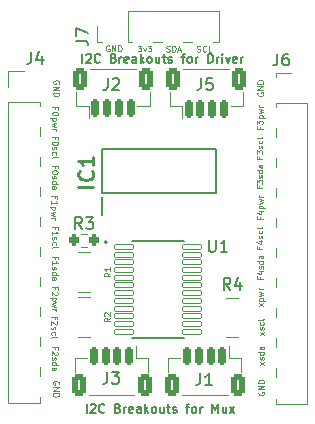
<source format=gbr>
%TF.GenerationSoftware,KiCad,Pcbnew,8.0.2-1*%
%TF.CreationDate,2024-05-29T23:20:37-07:00*%
%TF.ProjectId,mux_driver_v1,6d75785f-6472-4697-9665-725f76312e6b,rev?*%
%TF.SameCoordinates,Original*%
%TF.FileFunction,Legend,Top*%
%TF.FilePolarity,Positive*%
%FSLAX46Y46*%
G04 Gerber Fmt 4.6, Leading zero omitted, Abs format (unit mm)*
G04 Created by KiCad (PCBNEW 8.0.2-1) date 2024-05-29 23:20:37*
%MOMM*%
%LPD*%
G01*
G04 APERTURE LIST*
G04 Aperture macros list*
%AMRoundRect*
0 Rectangle with rounded corners*
0 $1 Rounding radius*
0 $2 $3 $4 $5 $6 $7 $8 $9 X,Y pos of 4 corners*
0 Add a 4 corners polygon primitive as box body*
4,1,4,$2,$3,$4,$5,$6,$7,$8,$9,$2,$3,0*
0 Add four circle primitives for the rounded corners*
1,1,$1+$1,$2,$3*
1,1,$1+$1,$4,$5*
1,1,$1+$1,$6,$7*
1,1,$1+$1,$8,$9*
0 Add four rect primitives between the rounded corners*
20,1,$1+$1,$2,$3,$4,$5,0*
20,1,$1+$1,$4,$5,$6,$7,0*
20,1,$1+$1,$6,$7,$8,$9,0*
20,1,$1+$1,$8,$9,$2,$3,0*%
G04 Aperture macros list end*
%ADD10C,0.125000*%
%ADD11C,0.187500*%
%ADD12C,0.150000*%
%ADD13C,0.254000*%
%ADD14C,0.120000*%
%ADD15C,0.200000*%
%ADD16C,0.127000*%
%ADD17R,1.700000X1.700000*%
%ADD18O,1.700000X1.700000*%
%ADD19RoundRect,0.150000X0.150000X0.625000X-0.150000X0.625000X-0.150000X-0.625000X0.150000X-0.625000X0*%
%ADD20RoundRect,0.250000X0.350000X0.650000X-0.350000X0.650000X-0.350000X-0.650000X0.350000X-0.650000X0*%
%ADD21R,0.450000X1.475000*%
%ADD22RoundRect,0.200000X-0.200000X-0.275000X0.200000X-0.275000X0.200000X0.275000X-0.200000X0.275000X0*%
%ADD23R,0.800000X0.500000*%
%ADD24R,0.800000X0.400000*%
%ADD25RoundRect,0.020500X-0.764500X-0.184500X0.764500X-0.184500X0.764500X0.184500X-0.764500X0.184500X0*%
%ADD26RoundRect,0.150000X-0.150000X-0.625000X0.150000X-0.625000X0.150000X0.625000X-0.150000X0.625000X0*%
%ADD27RoundRect,0.250000X-0.350000X-0.650000X0.350000X-0.650000X0.350000X0.650000X-0.350000X0.650000X0*%
G04 APERTURE END LIST*
D10*
X164007309Y-95971335D02*
X163673976Y-95709430D01*
X163673976Y-95971335D02*
X164007309Y-95709430D01*
X163983500Y-95542763D02*
X164007309Y-95495144D01*
X164007309Y-95495144D02*
X164007309Y-95399906D01*
X164007309Y-95399906D02*
X163983500Y-95352287D01*
X163983500Y-95352287D02*
X163935880Y-95328478D01*
X163935880Y-95328478D02*
X163912071Y-95328478D01*
X163912071Y-95328478D02*
X163864452Y-95352287D01*
X163864452Y-95352287D02*
X163840642Y-95399906D01*
X163840642Y-95399906D02*
X163840642Y-95471335D01*
X163840642Y-95471335D02*
X163816833Y-95518954D01*
X163816833Y-95518954D02*
X163769214Y-95542763D01*
X163769214Y-95542763D02*
X163745404Y-95542763D01*
X163745404Y-95542763D02*
X163697785Y-95518954D01*
X163697785Y-95518954D02*
X163673976Y-95471335D01*
X163673976Y-95471335D02*
X163673976Y-95399906D01*
X163673976Y-95399906D02*
X163697785Y-95352287D01*
X163983500Y-94899906D02*
X164007309Y-94947525D01*
X164007309Y-94947525D02*
X164007309Y-95042763D01*
X164007309Y-95042763D02*
X163983500Y-95090382D01*
X163983500Y-95090382D02*
X163959690Y-95114192D01*
X163959690Y-95114192D02*
X163912071Y-95138001D01*
X163912071Y-95138001D02*
X163769214Y-95138001D01*
X163769214Y-95138001D02*
X163721595Y-95114192D01*
X163721595Y-95114192D02*
X163697785Y-95090382D01*
X163697785Y-95090382D02*
X163673976Y-95042763D01*
X163673976Y-95042763D02*
X163673976Y-94947525D01*
X163673976Y-94947525D02*
X163697785Y-94899906D01*
X164007309Y-94614192D02*
X163983500Y-94661811D01*
X163983500Y-94661811D02*
X163935880Y-94685621D01*
X163935880Y-94685621D02*
X163507309Y-94685621D01*
X163581119Y-100811811D02*
X163557309Y-100859430D01*
X163557309Y-100859430D02*
X163557309Y-100930859D01*
X163557309Y-100930859D02*
X163581119Y-101002287D01*
X163581119Y-101002287D02*
X163628738Y-101049906D01*
X163628738Y-101049906D02*
X163676357Y-101073716D01*
X163676357Y-101073716D02*
X163771595Y-101097525D01*
X163771595Y-101097525D02*
X163843023Y-101097525D01*
X163843023Y-101097525D02*
X163938261Y-101073716D01*
X163938261Y-101073716D02*
X163985880Y-101049906D01*
X163985880Y-101049906D02*
X164033500Y-101002287D01*
X164033500Y-101002287D02*
X164057309Y-100930859D01*
X164057309Y-100930859D02*
X164057309Y-100883240D01*
X164057309Y-100883240D02*
X164033500Y-100811811D01*
X164033500Y-100811811D02*
X164009690Y-100788002D01*
X164009690Y-100788002D02*
X163843023Y-100788002D01*
X163843023Y-100788002D02*
X163843023Y-100883240D01*
X164057309Y-100573716D02*
X163557309Y-100573716D01*
X163557309Y-100573716D02*
X164057309Y-100288002D01*
X164057309Y-100288002D02*
X163557309Y-100288002D01*
X164057309Y-100049906D02*
X163557309Y-100049906D01*
X163557309Y-100049906D02*
X163557309Y-99930858D01*
X163557309Y-99930858D02*
X163581119Y-99859430D01*
X163581119Y-99859430D02*
X163628738Y-99811811D01*
X163628738Y-99811811D02*
X163676357Y-99788001D01*
X163676357Y-99788001D02*
X163771595Y-99764192D01*
X163771595Y-99764192D02*
X163843023Y-99764192D01*
X163843023Y-99764192D02*
X163938261Y-99788001D01*
X163938261Y-99788001D02*
X163985880Y-99811811D01*
X163985880Y-99811811D02*
X164033500Y-99859430D01*
X164033500Y-99859430D02*
X164057309Y-99930858D01*
X164057309Y-99930858D02*
X164057309Y-100049906D01*
X146329595Y-97167950D02*
X146329595Y-97001283D01*
X146067690Y-97001283D02*
X146567690Y-97001283D01*
X146567690Y-97001283D02*
X146567690Y-97239378D01*
X146520071Y-97406045D02*
X146543880Y-97429854D01*
X146543880Y-97429854D02*
X146567690Y-97477473D01*
X146567690Y-97477473D02*
X146567690Y-97596521D01*
X146567690Y-97596521D02*
X146543880Y-97644140D01*
X146543880Y-97644140D02*
X146520071Y-97667949D01*
X146520071Y-97667949D02*
X146472452Y-97691759D01*
X146472452Y-97691759D02*
X146424833Y-97691759D01*
X146424833Y-97691759D02*
X146353404Y-97667949D01*
X146353404Y-97667949D02*
X146067690Y-97382235D01*
X146067690Y-97382235D02*
X146067690Y-97691759D01*
X146091500Y-97882235D02*
X146067690Y-97929854D01*
X146067690Y-97929854D02*
X146067690Y-98025092D01*
X146067690Y-98025092D02*
X146091500Y-98072711D01*
X146091500Y-98072711D02*
X146139119Y-98096520D01*
X146139119Y-98096520D02*
X146162928Y-98096520D01*
X146162928Y-98096520D02*
X146210547Y-98072711D01*
X146210547Y-98072711D02*
X146234357Y-98025092D01*
X146234357Y-98025092D02*
X146234357Y-97953663D01*
X146234357Y-97953663D02*
X146258166Y-97906044D01*
X146258166Y-97906044D02*
X146305785Y-97882235D01*
X146305785Y-97882235D02*
X146329595Y-97882235D01*
X146329595Y-97882235D02*
X146377214Y-97906044D01*
X146377214Y-97906044D02*
X146401023Y-97953663D01*
X146401023Y-97953663D02*
X146401023Y-98025092D01*
X146401023Y-98025092D02*
X146377214Y-98072711D01*
X146067690Y-98525092D02*
X146567690Y-98525092D01*
X146091500Y-98525092D02*
X146067690Y-98477473D01*
X146067690Y-98477473D02*
X146067690Y-98382235D01*
X146067690Y-98382235D02*
X146091500Y-98334616D01*
X146091500Y-98334616D02*
X146115309Y-98310806D01*
X146115309Y-98310806D02*
X146162928Y-98286997D01*
X146162928Y-98286997D02*
X146305785Y-98286997D01*
X146305785Y-98286997D02*
X146353404Y-98310806D01*
X146353404Y-98310806D02*
X146377214Y-98334616D01*
X146377214Y-98334616D02*
X146401023Y-98382235D01*
X146401023Y-98382235D02*
X146401023Y-98477473D01*
X146401023Y-98477473D02*
X146377214Y-98525092D01*
X146067690Y-98977473D02*
X146329595Y-98977473D01*
X146329595Y-98977473D02*
X146377214Y-98953663D01*
X146377214Y-98953663D02*
X146401023Y-98906044D01*
X146401023Y-98906044D02*
X146401023Y-98810806D01*
X146401023Y-98810806D02*
X146377214Y-98763187D01*
X146091500Y-98977473D02*
X146067690Y-98929854D01*
X146067690Y-98929854D02*
X146067690Y-98810806D01*
X146067690Y-98810806D02*
X146091500Y-98763187D01*
X146091500Y-98763187D02*
X146139119Y-98739378D01*
X146139119Y-98739378D02*
X146186738Y-98739378D01*
X146186738Y-98739378D02*
X146234357Y-98763187D01*
X146234357Y-98763187D02*
X146258166Y-98810806D01*
X146258166Y-98810806D02*
X146258166Y-98929854D01*
X146258166Y-98929854D02*
X146281976Y-98977473D01*
X158352474Y-71983500D02*
X158423902Y-72007309D01*
X158423902Y-72007309D02*
X158542950Y-72007309D01*
X158542950Y-72007309D02*
X158590569Y-71983500D01*
X158590569Y-71983500D02*
X158614378Y-71959690D01*
X158614378Y-71959690D02*
X158638188Y-71912071D01*
X158638188Y-71912071D02*
X158638188Y-71864452D01*
X158638188Y-71864452D02*
X158614378Y-71816833D01*
X158614378Y-71816833D02*
X158590569Y-71793023D01*
X158590569Y-71793023D02*
X158542950Y-71769214D01*
X158542950Y-71769214D02*
X158447712Y-71745404D01*
X158447712Y-71745404D02*
X158400093Y-71721595D01*
X158400093Y-71721595D02*
X158376283Y-71697785D01*
X158376283Y-71697785D02*
X158352474Y-71650166D01*
X158352474Y-71650166D02*
X158352474Y-71602547D01*
X158352474Y-71602547D02*
X158376283Y-71554928D01*
X158376283Y-71554928D02*
X158400093Y-71531119D01*
X158400093Y-71531119D02*
X158447712Y-71507309D01*
X158447712Y-71507309D02*
X158566759Y-71507309D01*
X158566759Y-71507309D02*
X158638188Y-71531119D01*
X159138187Y-71959690D02*
X159114378Y-71983500D01*
X159114378Y-71983500D02*
X159042949Y-72007309D01*
X159042949Y-72007309D02*
X158995330Y-72007309D01*
X158995330Y-72007309D02*
X158923902Y-71983500D01*
X158923902Y-71983500D02*
X158876283Y-71935880D01*
X158876283Y-71935880D02*
X158852473Y-71888261D01*
X158852473Y-71888261D02*
X158828664Y-71793023D01*
X158828664Y-71793023D02*
X158828664Y-71721595D01*
X158828664Y-71721595D02*
X158852473Y-71626357D01*
X158852473Y-71626357D02*
X158876283Y-71578738D01*
X158876283Y-71578738D02*
X158923902Y-71531119D01*
X158923902Y-71531119D02*
X158995330Y-71507309D01*
X158995330Y-71507309D02*
X159042949Y-71507309D01*
X159042949Y-71507309D02*
X159114378Y-71531119D01*
X159114378Y-71531119D02*
X159138187Y-71554928D01*
X159590568Y-72007309D02*
X159352473Y-72007309D01*
X159352473Y-72007309D02*
X159352473Y-71507309D01*
X146354595Y-79367950D02*
X146354595Y-79201283D01*
X146092690Y-79201283D02*
X146592690Y-79201283D01*
X146592690Y-79201283D02*
X146592690Y-79439378D01*
X146592690Y-79725092D02*
X146592690Y-79772711D01*
X146592690Y-79772711D02*
X146568880Y-79820330D01*
X146568880Y-79820330D02*
X146545071Y-79844140D01*
X146545071Y-79844140D02*
X146497452Y-79867949D01*
X146497452Y-79867949D02*
X146402214Y-79891759D01*
X146402214Y-79891759D02*
X146283166Y-79891759D01*
X146283166Y-79891759D02*
X146187928Y-79867949D01*
X146187928Y-79867949D02*
X146140309Y-79844140D01*
X146140309Y-79844140D02*
X146116500Y-79820330D01*
X146116500Y-79820330D02*
X146092690Y-79772711D01*
X146092690Y-79772711D02*
X146092690Y-79725092D01*
X146092690Y-79725092D02*
X146116500Y-79677473D01*
X146116500Y-79677473D02*
X146140309Y-79653664D01*
X146140309Y-79653664D02*
X146187928Y-79629854D01*
X146187928Y-79629854D02*
X146283166Y-79606045D01*
X146283166Y-79606045D02*
X146402214Y-79606045D01*
X146402214Y-79606045D02*
X146497452Y-79629854D01*
X146497452Y-79629854D02*
X146545071Y-79653664D01*
X146545071Y-79653664D02*
X146568880Y-79677473D01*
X146568880Y-79677473D02*
X146592690Y-79725092D01*
X146116500Y-80082235D02*
X146092690Y-80129854D01*
X146092690Y-80129854D02*
X146092690Y-80225092D01*
X146092690Y-80225092D02*
X146116500Y-80272711D01*
X146116500Y-80272711D02*
X146164119Y-80296520D01*
X146164119Y-80296520D02*
X146187928Y-80296520D01*
X146187928Y-80296520D02*
X146235547Y-80272711D01*
X146235547Y-80272711D02*
X146259357Y-80225092D01*
X146259357Y-80225092D02*
X146259357Y-80153663D01*
X146259357Y-80153663D02*
X146283166Y-80106044D01*
X146283166Y-80106044D02*
X146330785Y-80082235D01*
X146330785Y-80082235D02*
X146354595Y-80082235D01*
X146354595Y-80082235D02*
X146402214Y-80106044D01*
X146402214Y-80106044D02*
X146426023Y-80153663D01*
X146426023Y-80153663D02*
X146426023Y-80225092D01*
X146426023Y-80225092D02*
X146402214Y-80272711D01*
X146116500Y-80725092D02*
X146092690Y-80677473D01*
X146092690Y-80677473D02*
X146092690Y-80582235D01*
X146092690Y-80582235D02*
X146116500Y-80534616D01*
X146116500Y-80534616D02*
X146140309Y-80510806D01*
X146140309Y-80510806D02*
X146187928Y-80486997D01*
X146187928Y-80486997D02*
X146330785Y-80486997D01*
X146330785Y-80486997D02*
X146378404Y-80510806D01*
X146378404Y-80510806D02*
X146402214Y-80534616D01*
X146402214Y-80534616D02*
X146426023Y-80582235D01*
X146426023Y-80582235D02*
X146426023Y-80677473D01*
X146426023Y-80677473D02*
X146402214Y-80725092D01*
X146092690Y-81010806D02*
X146116500Y-80963187D01*
X146116500Y-80963187D02*
X146164119Y-80939377D01*
X146164119Y-80939377D02*
X146592690Y-80939377D01*
X153328664Y-71482309D02*
X153638188Y-71482309D01*
X153638188Y-71482309D02*
X153471521Y-71672785D01*
X153471521Y-71672785D02*
X153542950Y-71672785D01*
X153542950Y-71672785D02*
X153590569Y-71696595D01*
X153590569Y-71696595D02*
X153614378Y-71720404D01*
X153614378Y-71720404D02*
X153638188Y-71768023D01*
X153638188Y-71768023D02*
X153638188Y-71887071D01*
X153638188Y-71887071D02*
X153614378Y-71934690D01*
X153614378Y-71934690D02*
X153590569Y-71958500D01*
X153590569Y-71958500D02*
X153542950Y-71982309D01*
X153542950Y-71982309D02*
X153400093Y-71982309D01*
X153400093Y-71982309D02*
X153352474Y-71958500D01*
X153352474Y-71958500D02*
X153328664Y-71934690D01*
X153804854Y-71648976D02*
X153923902Y-71982309D01*
X153923902Y-71982309D02*
X154042949Y-71648976D01*
X154185806Y-71482309D02*
X154495330Y-71482309D01*
X154495330Y-71482309D02*
X154328663Y-71672785D01*
X154328663Y-71672785D02*
X154400092Y-71672785D01*
X154400092Y-71672785D02*
X154447711Y-71696595D01*
X154447711Y-71696595D02*
X154471520Y-71720404D01*
X154471520Y-71720404D02*
X154495330Y-71768023D01*
X154495330Y-71768023D02*
X154495330Y-71887071D01*
X154495330Y-71887071D02*
X154471520Y-71934690D01*
X154471520Y-71934690D02*
X154447711Y-71958500D01*
X154447711Y-71958500D02*
X154400092Y-71982309D01*
X154400092Y-71982309D02*
X154257235Y-71982309D01*
X154257235Y-71982309D02*
X154209616Y-71958500D01*
X154209616Y-71958500D02*
X154185806Y-71934690D01*
X146379595Y-76867950D02*
X146379595Y-76701283D01*
X146117690Y-76701283D02*
X146617690Y-76701283D01*
X146617690Y-76701283D02*
X146617690Y-76939378D01*
X146617690Y-77225092D02*
X146617690Y-77272711D01*
X146617690Y-77272711D02*
X146593880Y-77320330D01*
X146593880Y-77320330D02*
X146570071Y-77344140D01*
X146570071Y-77344140D02*
X146522452Y-77367949D01*
X146522452Y-77367949D02*
X146427214Y-77391759D01*
X146427214Y-77391759D02*
X146308166Y-77391759D01*
X146308166Y-77391759D02*
X146212928Y-77367949D01*
X146212928Y-77367949D02*
X146165309Y-77344140D01*
X146165309Y-77344140D02*
X146141500Y-77320330D01*
X146141500Y-77320330D02*
X146117690Y-77272711D01*
X146117690Y-77272711D02*
X146117690Y-77225092D01*
X146117690Y-77225092D02*
X146141500Y-77177473D01*
X146141500Y-77177473D02*
X146165309Y-77153664D01*
X146165309Y-77153664D02*
X146212928Y-77129854D01*
X146212928Y-77129854D02*
X146308166Y-77106045D01*
X146308166Y-77106045D02*
X146427214Y-77106045D01*
X146427214Y-77106045D02*
X146522452Y-77129854D01*
X146522452Y-77129854D02*
X146570071Y-77153664D01*
X146570071Y-77153664D02*
X146593880Y-77177473D01*
X146593880Y-77177473D02*
X146617690Y-77225092D01*
X146451023Y-77606044D02*
X145951023Y-77606044D01*
X146427214Y-77606044D02*
X146451023Y-77653663D01*
X146451023Y-77653663D02*
X146451023Y-77748901D01*
X146451023Y-77748901D02*
X146427214Y-77796520D01*
X146427214Y-77796520D02*
X146403404Y-77820330D01*
X146403404Y-77820330D02*
X146355785Y-77844139D01*
X146355785Y-77844139D02*
X146212928Y-77844139D01*
X146212928Y-77844139D02*
X146165309Y-77820330D01*
X146165309Y-77820330D02*
X146141500Y-77796520D01*
X146141500Y-77796520D02*
X146117690Y-77748901D01*
X146117690Y-77748901D02*
X146117690Y-77653663D01*
X146117690Y-77653663D02*
X146141500Y-77606044D01*
X146451023Y-78010806D02*
X146117690Y-78106044D01*
X146117690Y-78106044D02*
X146355785Y-78201282D01*
X146355785Y-78201282D02*
X146117690Y-78296520D01*
X146117690Y-78296520D02*
X146451023Y-78391758D01*
X146117690Y-78582235D02*
X146451023Y-78582235D01*
X146355785Y-78582235D02*
X146403404Y-78606045D01*
X146403404Y-78606045D02*
X146427214Y-78629854D01*
X146427214Y-78629854D02*
X146451023Y-78677473D01*
X146451023Y-78677473D02*
X146451023Y-78725092D01*
X163506119Y-75461811D02*
X163482309Y-75509430D01*
X163482309Y-75509430D02*
X163482309Y-75580859D01*
X163482309Y-75580859D02*
X163506119Y-75652287D01*
X163506119Y-75652287D02*
X163553738Y-75699906D01*
X163553738Y-75699906D02*
X163601357Y-75723716D01*
X163601357Y-75723716D02*
X163696595Y-75747525D01*
X163696595Y-75747525D02*
X163768023Y-75747525D01*
X163768023Y-75747525D02*
X163863261Y-75723716D01*
X163863261Y-75723716D02*
X163910880Y-75699906D01*
X163910880Y-75699906D02*
X163958500Y-75652287D01*
X163958500Y-75652287D02*
X163982309Y-75580859D01*
X163982309Y-75580859D02*
X163982309Y-75533240D01*
X163982309Y-75533240D02*
X163958500Y-75461811D01*
X163958500Y-75461811D02*
X163934690Y-75438002D01*
X163934690Y-75438002D02*
X163768023Y-75438002D01*
X163768023Y-75438002D02*
X163768023Y-75533240D01*
X163982309Y-75223716D02*
X163482309Y-75223716D01*
X163482309Y-75223716D02*
X163982309Y-74938002D01*
X163982309Y-74938002D02*
X163482309Y-74938002D01*
X163982309Y-74699906D02*
X163482309Y-74699906D01*
X163482309Y-74699906D02*
X163482309Y-74580858D01*
X163482309Y-74580858D02*
X163506119Y-74509430D01*
X163506119Y-74509430D02*
X163553738Y-74461811D01*
X163553738Y-74461811D02*
X163601357Y-74438001D01*
X163601357Y-74438001D02*
X163696595Y-74414192D01*
X163696595Y-74414192D02*
X163768023Y-74414192D01*
X163768023Y-74414192D02*
X163863261Y-74438001D01*
X163863261Y-74438001D02*
X163910880Y-74461811D01*
X163910880Y-74461811D02*
X163958500Y-74509430D01*
X163958500Y-74509430D02*
X163982309Y-74580858D01*
X163982309Y-74580858D02*
X163982309Y-74699906D01*
X163645404Y-88507049D02*
X163645404Y-88673716D01*
X163907309Y-88673716D02*
X163407309Y-88673716D01*
X163407309Y-88673716D02*
X163407309Y-88435621D01*
X163573976Y-88030859D02*
X163907309Y-88030859D01*
X163383500Y-88149907D02*
X163740642Y-88268954D01*
X163740642Y-88268954D02*
X163740642Y-87959431D01*
X163883500Y-87792764D02*
X163907309Y-87745145D01*
X163907309Y-87745145D02*
X163907309Y-87649907D01*
X163907309Y-87649907D02*
X163883500Y-87602288D01*
X163883500Y-87602288D02*
X163835880Y-87578479D01*
X163835880Y-87578479D02*
X163812071Y-87578479D01*
X163812071Y-87578479D02*
X163764452Y-87602288D01*
X163764452Y-87602288D02*
X163740642Y-87649907D01*
X163740642Y-87649907D02*
X163740642Y-87721336D01*
X163740642Y-87721336D02*
X163716833Y-87768955D01*
X163716833Y-87768955D02*
X163669214Y-87792764D01*
X163669214Y-87792764D02*
X163645404Y-87792764D01*
X163645404Y-87792764D02*
X163597785Y-87768955D01*
X163597785Y-87768955D02*
X163573976Y-87721336D01*
X163573976Y-87721336D02*
X163573976Y-87649907D01*
X163573976Y-87649907D02*
X163597785Y-87602288D01*
X163883500Y-87149907D02*
X163907309Y-87197526D01*
X163907309Y-87197526D02*
X163907309Y-87292764D01*
X163907309Y-87292764D02*
X163883500Y-87340383D01*
X163883500Y-87340383D02*
X163859690Y-87364193D01*
X163859690Y-87364193D02*
X163812071Y-87388002D01*
X163812071Y-87388002D02*
X163669214Y-87388002D01*
X163669214Y-87388002D02*
X163621595Y-87364193D01*
X163621595Y-87364193D02*
X163597785Y-87340383D01*
X163597785Y-87340383D02*
X163573976Y-87292764D01*
X163573976Y-87292764D02*
X163573976Y-87197526D01*
X163573976Y-87197526D02*
X163597785Y-87149907D01*
X163907309Y-86864193D02*
X163883500Y-86911812D01*
X163883500Y-86911812D02*
X163835880Y-86935622D01*
X163835880Y-86935622D02*
X163407309Y-86935622D01*
X146304595Y-94592950D02*
X146304595Y-94426283D01*
X146042690Y-94426283D02*
X146542690Y-94426283D01*
X146542690Y-94426283D02*
X146542690Y-94664378D01*
X146495071Y-94831045D02*
X146518880Y-94854854D01*
X146518880Y-94854854D02*
X146542690Y-94902473D01*
X146542690Y-94902473D02*
X146542690Y-95021521D01*
X146542690Y-95021521D02*
X146518880Y-95069140D01*
X146518880Y-95069140D02*
X146495071Y-95092949D01*
X146495071Y-95092949D02*
X146447452Y-95116759D01*
X146447452Y-95116759D02*
X146399833Y-95116759D01*
X146399833Y-95116759D02*
X146328404Y-95092949D01*
X146328404Y-95092949D02*
X146042690Y-94807235D01*
X146042690Y-94807235D02*
X146042690Y-95116759D01*
X146066500Y-95307235D02*
X146042690Y-95354854D01*
X146042690Y-95354854D02*
X146042690Y-95450092D01*
X146042690Y-95450092D02*
X146066500Y-95497711D01*
X146066500Y-95497711D02*
X146114119Y-95521520D01*
X146114119Y-95521520D02*
X146137928Y-95521520D01*
X146137928Y-95521520D02*
X146185547Y-95497711D01*
X146185547Y-95497711D02*
X146209357Y-95450092D01*
X146209357Y-95450092D02*
X146209357Y-95378663D01*
X146209357Y-95378663D02*
X146233166Y-95331044D01*
X146233166Y-95331044D02*
X146280785Y-95307235D01*
X146280785Y-95307235D02*
X146304595Y-95307235D01*
X146304595Y-95307235D02*
X146352214Y-95331044D01*
X146352214Y-95331044D02*
X146376023Y-95378663D01*
X146376023Y-95378663D02*
X146376023Y-95450092D01*
X146376023Y-95450092D02*
X146352214Y-95497711D01*
X146066500Y-95950092D02*
X146042690Y-95902473D01*
X146042690Y-95902473D02*
X146042690Y-95807235D01*
X146042690Y-95807235D02*
X146066500Y-95759616D01*
X146066500Y-95759616D02*
X146090309Y-95735806D01*
X146090309Y-95735806D02*
X146137928Y-95711997D01*
X146137928Y-95711997D02*
X146280785Y-95711997D01*
X146280785Y-95711997D02*
X146328404Y-95735806D01*
X146328404Y-95735806D02*
X146352214Y-95759616D01*
X146352214Y-95759616D02*
X146376023Y-95807235D01*
X146376023Y-95807235D02*
X146376023Y-95902473D01*
X146376023Y-95902473D02*
X146352214Y-95950092D01*
X146042690Y-96235806D02*
X146066500Y-96188187D01*
X146066500Y-96188187D02*
X146114119Y-96164377D01*
X146114119Y-96164377D02*
X146542690Y-96164377D01*
X163645404Y-83382049D02*
X163645404Y-83548716D01*
X163907309Y-83548716D02*
X163407309Y-83548716D01*
X163407309Y-83548716D02*
X163407309Y-83310621D01*
X163407309Y-83167764D02*
X163407309Y-82858240D01*
X163407309Y-82858240D02*
X163597785Y-83024907D01*
X163597785Y-83024907D02*
X163597785Y-82953478D01*
X163597785Y-82953478D02*
X163621595Y-82905859D01*
X163621595Y-82905859D02*
X163645404Y-82882050D01*
X163645404Y-82882050D02*
X163693023Y-82858240D01*
X163693023Y-82858240D02*
X163812071Y-82858240D01*
X163812071Y-82858240D02*
X163859690Y-82882050D01*
X163859690Y-82882050D02*
X163883500Y-82905859D01*
X163883500Y-82905859D02*
X163907309Y-82953478D01*
X163907309Y-82953478D02*
X163907309Y-83096335D01*
X163907309Y-83096335D02*
X163883500Y-83143954D01*
X163883500Y-83143954D02*
X163859690Y-83167764D01*
X163883500Y-82667764D02*
X163907309Y-82620145D01*
X163907309Y-82620145D02*
X163907309Y-82524907D01*
X163907309Y-82524907D02*
X163883500Y-82477288D01*
X163883500Y-82477288D02*
X163835880Y-82453479D01*
X163835880Y-82453479D02*
X163812071Y-82453479D01*
X163812071Y-82453479D02*
X163764452Y-82477288D01*
X163764452Y-82477288D02*
X163740642Y-82524907D01*
X163740642Y-82524907D02*
X163740642Y-82596336D01*
X163740642Y-82596336D02*
X163716833Y-82643955D01*
X163716833Y-82643955D02*
X163669214Y-82667764D01*
X163669214Y-82667764D02*
X163645404Y-82667764D01*
X163645404Y-82667764D02*
X163597785Y-82643955D01*
X163597785Y-82643955D02*
X163573976Y-82596336D01*
X163573976Y-82596336D02*
X163573976Y-82524907D01*
X163573976Y-82524907D02*
X163597785Y-82477288D01*
X163907309Y-82024907D02*
X163407309Y-82024907D01*
X163883500Y-82024907D02*
X163907309Y-82072526D01*
X163907309Y-82072526D02*
X163907309Y-82167764D01*
X163907309Y-82167764D02*
X163883500Y-82215383D01*
X163883500Y-82215383D02*
X163859690Y-82239193D01*
X163859690Y-82239193D02*
X163812071Y-82263002D01*
X163812071Y-82263002D02*
X163669214Y-82263002D01*
X163669214Y-82263002D02*
X163621595Y-82239193D01*
X163621595Y-82239193D02*
X163597785Y-82215383D01*
X163597785Y-82215383D02*
X163573976Y-82167764D01*
X163573976Y-82167764D02*
X163573976Y-82072526D01*
X163573976Y-82072526D02*
X163597785Y-82024907D01*
X163907309Y-81572526D02*
X163645404Y-81572526D01*
X163645404Y-81572526D02*
X163597785Y-81596336D01*
X163597785Y-81596336D02*
X163573976Y-81643955D01*
X163573976Y-81643955D02*
X163573976Y-81739193D01*
X163573976Y-81739193D02*
X163597785Y-81786812D01*
X163883500Y-81572526D02*
X163907309Y-81620145D01*
X163907309Y-81620145D02*
X163907309Y-81739193D01*
X163907309Y-81739193D02*
X163883500Y-81786812D01*
X163883500Y-81786812D02*
X163835880Y-81810621D01*
X163835880Y-81810621D02*
X163788261Y-81810621D01*
X163788261Y-81810621D02*
X163740642Y-81786812D01*
X163740642Y-81786812D02*
X163716833Y-81739193D01*
X163716833Y-81739193D02*
X163716833Y-81620145D01*
X163716833Y-81620145D02*
X163693023Y-81572526D01*
X146304595Y-84392950D02*
X146304595Y-84226283D01*
X146042690Y-84226283D02*
X146542690Y-84226283D01*
X146542690Y-84226283D02*
X146542690Y-84464378D01*
X146042690Y-84916759D02*
X146042690Y-84631045D01*
X146042690Y-84773902D02*
X146542690Y-84773902D01*
X146542690Y-84773902D02*
X146471261Y-84726283D01*
X146471261Y-84726283D02*
X146423642Y-84678664D01*
X146423642Y-84678664D02*
X146399833Y-84631045D01*
X146376023Y-85131044D02*
X145876023Y-85131044D01*
X146352214Y-85131044D02*
X146376023Y-85178663D01*
X146376023Y-85178663D02*
X146376023Y-85273901D01*
X146376023Y-85273901D02*
X146352214Y-85321520D01*
X146352214Y-85321520D02*
X146328404Y-85345330D01*
X146328404Y-85345330D02*
X146280785Y-85369139D01*
X146280785Y-85369139D02*
X146137928Y-85369139D01*
X146137928Y-85369139D02*
X146090309Y-85345330D01*
X146090309Y-85345330D02*
X146066500Y-85321520D01*
X146066500Y-85321520D02*
X146042690Y-85273901D01*
X146042690Y-85273901D02*
X146042690Y-85178663D01*
X146042690Y-85178663D02*
X146066500Y-85131044D01*
X146376023Y-85535806D02*
X146042690Y-85631044D01*
X146042690Y-85631044D02*
X146280785Y-85726282D01*
X146280785Y-85726282D02*
X146042690Y-85821520D01*
X146042690Y-85821520D02*
X146376023Y-85916758D01*
X146042690Y-86107235D02*
X146376023Y-86107235D01*
X146280785Y-86107235D02*
X146328404Y-86131045D01*
X146328404Y-86131045D02*
X146352214Y-86154854D01*
X146352214Y-86154854D02*
X146376023Y-86202473D01*
X146376023Y-86202473D02*
X146376023Y-86250092D01*
X163670404Y-78357049D02*
X163670404Y-78523716D01*
X163932309Y-78523716D02*
X163432309Y-78523716D01*
X163432309Y-78523716D02*
X163432309Y-78285621D01*
X163432309Y-78142764D02*
X163432309Y-77833240D01*
X163432309Y-77833240D02*
X163622785Y-77999907D01*
X163622785Y-77999907D02*
X163622785Y-77928478D01*
X163622785Y-77928478D02*
X163646595Y-77880859D01*
X163646595Y-77880859D02*
X163670404Y-77857050D01*
X163670404Y-77857050D02*
X163718023Y-77833240D01*
X163718023Y-77833240D02*
X163837071Y-77833240D01*
X163837071Y-77833240D02*
X163884690Y-77857050D01*
X163884690Y-77857050D02*
X163908500Y-77880859D01*
X163908500Y-77880859D02*
X163932309Y-77928478D01*
X163932309Y-77928478D02*
X163932309Y-78071335D01*
X163932309Y-78071335D02*
X163908500Y-78118954D01*
X163908500Y-78118954D02*
X163884690Y-78142764D01*
X163598976Y-77618955D02*
X164098976Y-77618955D01*
X163622785Y-77618955D02*
X163598976Y-77571336D01*
X163598976Y-77571336D02*
X163598976Y-77476098D01*
X163598976Y-77476098D02*
X163622785Y-77428479D01*
X163622785Y-77428479D02*
X163646595Y-77404669D01*
X163646595Y-77404669D02*
X163694214Y-77380860D01*
X163694214Y-77380860D02*
X163837071Y-77380860D01*
X163837071Y-77380860D02*
X163884690Y-77404669D01*
X163884690Y-77404669D02*
X163908500Y-77428479D01*
X163908500Y-77428479D02*
X163932309Y-77476098D01*
X163932309Y-77476098D02*
X163932309Y-77571336D01*
X163932309Y-77571336D02*
X163908500Y-77618955D01*
X163598976Y-77214193D02*
X163932309Y-77118955D01*
X163932309Y-77118955D02*
X163694214Y-77023717D01*
X163694214Y-77023717D02*
X163932309Y-76928479D01*
X163932309Y-76928479D02*
X163598976Y-76833241D01*
X163932309Y-76642764D02*
X163598976Y-76642764D01*
X163694214Y-76642764D02*
X163646595Y-76618954D01*
X163646595Y-76618954D02*
X163622785Y-76595145D01*
X163622785Y-76595145D02*
X163598976Y-76547526D01*
X163598976Y-76547526D02*
X163598976Y-76499907D01*
X146329595Y-89517950D02*
X146329595Y-89351283D01*
X146067690Y-89351283D02*
X146567690Y-89351283D01*
X146567690Y-89351283D02*
X146567690Y-89589378D01*
X146067690Y-90041759D02*
X146067690Y-89756045D01*
X146067690Y-89898902D02*
X146567690Y-89898902D01*
X146567690Y-89898902D02*
X146496261Y-89851283D01*
X146496261Y-89851283D02*
X146448642Y-89803664D01*
X146448642Y-89803664D02*
X146424833Y-89756045D01*
X146091500Y-90232235D02*
X146067690Y-90279854D01*
X146067690Y-90279854D02*
X146067690Y-90375092D01*
X146067690Y-90375092D02*
X146091500Y-90422711D01*
X146091500Y-90422711D02*
X146139119Y-90446520D01*
X146139119Y-90446520D02*
X146162928Y-90446520D01*
X146162928Y-90446520D02*
X146210547Y-90422711D01*
X146210547Y-90422711D02*
X146234357Y-90375092D01*
X146234357Y-90375092D02*
X146234357Y-90303663D01*
X146234357Y-90303663D02*
X146258166Y-90256044D01*
X146258166Y-90256044D02*
X146305785Y-90232235D01*
X146305785Y-90232235D02*
X146329595Y-90232235D01*
X146329595Y-90232235D02*
X146377214Y-90256044D01*
X146377214Y-90256044D02*
X146401023Y-90303663D01*
X146401023Y-90303663D02*
X146401023Y-90375092D01*
X146401023Y-90375092D02*
X146377214Y-90422711D01*
X146067690Y-90875092D02*
X146567690Y-90875092D01*
X146091500Y-90875092D02*
X146067690Y-90827473D01*
X146067690Y-90827473D02*
X146067690Y-90732235D01*
X146067690Y-90732235D02*
X146091500Y-90684616D01*
X146091500Y-90684616D02*
X146115309Y-90660806D01*
X146115309Y-90660806D02*
X146162928Y-90636997D01*
X146162928Y-90636997D02*
X146305785Y-90636997D01*
X146305785Y-90636997D02*
X146353404Y-90660806D01*
X146353404Y-90660806D02*
X146377214Y-90684616D01*
X146377214Y-90684616D02*
X146401023Y-90732235D01*
X146401023Y-90732235D02*
X146401023Y-90827473D01*
X146401023Y-90827473D02*
X146377214Y-90875092D01*
X146067690Y-91327473D02*
X146329595Y-91327473D01*
X146329595Y-91327473D02*
X146377214Y-91303663D01*
X146377214Y-91303663D02*
X146401023Y-91256044D01*
X146401023Y-91256044D02*
X146401023Y-91160806D01*
X146401023Y-91160806D02*
X146377214Y-91113187D01*
X146091500Y-91327473D02*
X146067690Y-91279854D01*
X146067690Y-91279854D02*
X146067690Y-91160806D01*
X146067690Y-91160806D02*
X146091500Y-91113187D01*
X146091500Y-91113187D02*
X146139119Y-91089378D01*
X146139119Y-91089378D02*
X146186738Y-91089378D01*
X146186738Y-91089378D02*
X146234357Y-91113187D01*
X146234357Y-91113187D02*
X146258166Y-91160806D01*
X146258166Y-91160806D02*
X146258166Y-91279854D01*
X146258166Y-91279854D02*
X146281976Y-91327473D01*
X163695404Y-91082049D02*
X163695404Y-91248716D01*
X163957309Y-91248716D02*
X163457309Y-91248716D01*
X163457309Y-91248716D02*
X163457309Y-91010621D01*
X163623976Y-90605859D02*
X163957309Y-90605859D01*
X163433500Y-90724907D02*
X163790642Y-90843954D01*
X163790642Y-90843954D02*
X163790642Y-90534431D01*
X163933500Y-90367764D02*
X163957309Y-90320145D01*
X163957309Y-90320145D02*
X163957309Y-90224907D01*
X163957309Y-90224907D02*
X163933500Y-90177288D01*
X163933500Y-90177288D02*
X163885880Y-90153479D01*
X163885880Y-90153479D02*
X163862071Y-90153479D01*
X163862071Y-90153479D02*
X163814452Y-90177288D01*
X163814452Y-90177288D02*
X163790642Y-90224907D01*
X163790642Y-90224907D02*
X163790642Y-90296336D01*
X163790642Y-90296336D02*
X163766833Y-90343955D01*
X163766833Y-90343955D02*
X163719214Y-90367764D01*
X163719214Y-90367764D02*
X163695404Y-90367764D01*
X163695404Y-90367764D02*
X163647785Y-90343955D01*
X163647785Y-90343955D02*
X163623976Y-90296336D01*
X163623976Y-90296336D02*
X163623976Y-90224907D01*
X163623976Y-90224907D02*
X163647785Y-90177288D01*
X163957309Y-89724907D02*
X163457309Y-89724907D01*
X163933500Y-89724907D02*
X163957309Y-89772526D01*
X163957309Y-89772526D02*
X163957309Y-89867764D01*
X163957309Y-89867764D02*
X163933500Y-89915383D01*
X163933500Y-89915383D02*
X163909690Y-89939193D01*
X163909690Y-89939193D02*
X163862071Y-89963002D01*
X163862071Y-89963002D02*
X163719214Y-89963002D01*
X163719214Y-89963002D02*
X163671595Y-89939193D01*
X163671595Y-89939193D02*
X163647785Y-89915383D01*
X163647785Y-89915383D02*
X163623976Y-89867764D01*
X163623976Y-89867764D02*
X163623976Y-89772526D01*
X163623976Y-89772526D02*
X163647785Y-89724907D01*
X163957309Y-89272526D02*
X163695404Y-89272526D01*
X163695404Y-89272526D02*
X163647785Y-89296336D01*
X163647785Y-89296336D02*
X163623976Y-89343955D01*
X163623976Y-89343955D02*
X163623976Y-89439193D01*
X163623976Y-89439193D02*
X163647785Y-89486812D01*
X163933500Y-89272526D02*
X163957309Y-89320145D01*
X163957309Y-89320145D02*
X163957309Y-89439193D01*
X163957309Y-89439193D02*
X163933500Y-89486812D01*
X163933500Y-89486812D02*
X163885880Y-89510621D01*
X163885880Y-89510621D02*
X163838261Y-89510621D01*
X163838261Y-89510621D02*
X163790642Y-89486812D01*
X163790642Y-89486812D02*
X163766833Y-89439193D01*
X163766833Y-89439193D02*
X163766833Y-89320145D01*
X163766833Y-89320145D02*
X163743023Y-89272526D01*
X164007309Y-98496335D02*
X163673976Y-98234430D01*
X163673976Y-98496335D02*
X164007309Y-98234430D01*
X163983500Y-98067763D02*
X164007309Y-98020144D01*
X164007309Y-98020144D02*
X164007309Y-97924906D01*
X164007309Y-97924906D02*
X163983500Y-97877287D01*
X163983500Y-97877287D02*
X163935880Y-97853478D01*
X163935880Y-97853478D02*
X163912071Y-97853478D01*
X163912071Y-97853478D02*
X163864452Y-97877287D01*
X163864452Y-97877287D02*
X163840642Y-97924906D01*
X163840642Y-97924906D02*
X163840642Y-97996335D01*
X163840642Y-97996335D02*
X163816833Y-98043954D01*
X163816833Y-98043954D02*
X163769214Y-98067763D01*
X163769214Y-98067763D02*
X163745404Y-98067763D01*
X163745404Y-98067763D02*
X163697785Y-98043954D01*
X163697785Y-98043954D02*
X163673976Y-97996335D01*
X163673976Y-97996335D02*
X163673976Y-97924906D01*
X163673976Y-97924906D02*
X163697785Y-97877287D01*
X164007309Y-97424906D02*
X163507309Y-97424906D01*
X163983500Y-97424906D02*
X164007309Y-97472525D01*
X164007309Y-97472525D02*
X164007309Y-97567763D01*
X164007309Y-97567763D02*
X163983500Y-97615382D01*
X163983500Y-97615382D02*
X163959690Y-97639192D01*
X163959690Y-97639192D02*
X163912071Y-97663001D01*
X163912071Y-97663001D02*
X163769214Y-97663001D01*
X163769214Y-97663001D02*
X163721595Y-97639192D01*
X163721595Y-97639192D02*
X163697785Y-97615382D01*
X163697785Y-97615382D02*
X163673976Y-97567763D01*
X163673976Y-97567763D02*
X163673976Y-97472525D01*
X163673976Y-97472525D02*
X163697785Y-97424906D01*
X164007309Y-96972525D02*
X163745404Y-96972525D01*
X163745404Y-96972525D02*
X163697785Y-96996335D01*
X163697785Y-96996335D02*
X163673976Y-97043954D01*
X163673976Y-97043954D02*
X163673976Y-97139192D01*
X163673976Y-97139192D02*
X163697785Y-97186811D01*
X163983500Y-96972525D02*
X164007309Y-97020144D01*
X164007309Y-97020144D02*
X164007309Y-97139192D01*
X164007309Y-97139192D02*
X163983500Y-97186811D01*
X163983500Y-97186811D02*
X163935880Y-97210620D01*
X163935880Y-97210620D02*
X163888261Y-97210620D01*
X163888261Y-97210620D02*
X163840642Y-97186811D01*
X163840642Y-97186811D02*
X163816833Y-97139192D01*
X163816833Y-97139192D02*
X163816833Y-97020144D01*
X163816833Y-97020144D02*
X163793023Y-96972525D01*
X146354595Y-86992950D02*
X146354595Y-86826283D01*
X146092690Y-86826283D02*
X146592690Y-86826283D01*
X146592690Y-86826283D02*
X146592690Y-87064378D01*
X146092690Y-87516759D02*
X146092690Y-87231045D01*
X146092690Y-87373902D02*
X146592690Y-87373902D01*
X146592690Y-87373902D02*
X146521261Y-87326283D01*
X146521261Y-87326283D02*
X146473642Y-87278664D01*
X146473642Y-87278664D02*
X146449833Y-87231045D01*
X146116500Y-87707235D02*
X146092690Y-87754854D01*
X146092690Y-87754854D02*
X146092690Y-87850092D01*
X146092690Y-87850092D02*
X146116500Y-87897711D01*
X146116500Y-87897711D02*
X146164119Y-87921520D01*
X146164119Y-87921520D02*
X146187928Y-87921520D01*
X146187928Y-87921520D02*
X146235547Y-87897711D01*
X146235547Y-87897711D02*
X146259357Y-87850092D01*
X146259357Y-87850092D02*
X146259357Y-87778663D01*
X146259357Y-87778663D02*
X146283166Y-87731044D01*
X146283166Y-87731044D02*
X146330785Y-87707235D01*
X146330785Y-87707235D02*
X146354595Y-87707235D01*
X146354595Y-87707235D02*
X146402214Y-87731044D01*
X146402214Y-87731044D02*
X146426023Y-87778663D01*
X146426023Y-87778663D02*
X146426023Y-87850092D01*
X146426023Y-87850092D02*
X146402214Y-87897711D01*
X146116500Y-88350092D02*
X146092690Y-88302473D01*
X146092690Y-88302473D02*
X146092690Y-88207235D01*
X146092690Y-88207235D02*
X146116500Y-88159616D01*
X146116500Y-88159616D02*
X146140309Y-88135806D01*
X146140309Y-88135806D02*
X146187928Y-88111997D01*
X146187928Y-88111997D02*
X146330785Y-88111997D01*
X146330785Y-88111997D02*
X146378404Y-88135806D01*
X146378404Y-88135806D02*
X146402214Y-88159616D01*
X146402214Y-88159616D02*
X146426023Y-88207235D01*
X146426023Y-88207235D02*
X146426023Y-88302473D01*
X146426023Y-88302473D02*
X146402214Y-88350092D01*
X146092690Y-88635806D02*
X146116500Y-88588187D01*
X146116500Y-88588187D02*
X146164119Y-88564377D01*
X146164119Y-88564377D02*
X146592690Y-88564377D01*
X146668880Y-74713188D02*
X146692690Y-74665569D01*
X146692690Y-74665569D02*
X146692690Y-74594140D01*
X146692690Y-74594140D02*
X146668880Y-74522712D01*
X146668880Y-74522712D02*
X146621261Y-74475093D01*
X146621261Y-74475093D02*
X146573642Y-74451283D01*
X146573642Y-74451283D02*
X146478404Y-74427474D01*
X146478404Y-74427474D02*
X146406976Y-74427474D01*
X146406976Y-74427474D02*
X146311738Y-74451283D01*
X146311738Y-74451283D02*
X146264119Y-74475093D01*
X146264119Y-74475093D02*
X146216500Y-74522712D01*
X146216500Y-74522712D02*
X146192690Y-74594140D01*
X146192690Y-74594140D02*
X146192690Y-74641759D01*
X146192690Y-74641759D02*
X146216500Y-74713188D01*
X146216500Y-74713188D02*
X146240309Y-74736997D01*
X146240309Y-74736997D02*
X146406976Y-74736997D01*
X146406976Y-74736997D02*
X146406976Y-74641759D01*
X146192690Y-74951283D02*
X146692690Y-74951283D01*
X146692690Y-74951283D02*
X146192690Y-75236997D01*
X146192690Y-75236997D02*
X146692690Y-75236997D01*
X146192690Y-75475093D02*
X146692690Y-75475093D01*
X146692690Y-75475093D02*
X146692690Y-75594141D01*
X146692690Y-75594141D02*
X146668880Y-75665569D01*
X146668880Y-75665569D02*
X146621261Y-75713188D01*
X146621261Y-75713188D02*
X146573642Y-75736998D01*
X146573642Y-75736998D02*
X146478404Y-75760807D01*
X146478404Y-75760807D02*
X146406976Y-75760807D01*
X146406976Y-75760807D02*
X146311738Y-75736998D01*
X146311738Y-75736998D02*
X146264119Y-75713188D01*
X146264119Y-75713188D02*
X146216500Y-75665569D01*
X146216500Y-75665569D02*
X146192690Y-75594141D01*
X146192690Y-75594141D02*
X146192690Y-75475093D01*
D11*
X149026926Y-102573464D02*
X149026926Y-101823464D01*
X149348355Y-101894892D02*
X149384069Y-101859178D01*
X149384069Y-101859178D02*
X149455498Y-101823464D01*
X149455498Y-101823464D02*
X149634069Y-101823464D01*
X149634069Y-101823464D02*
X149705498Y-101859178D01*
X149705498Y-101859178D02*
X149741212Y-101894892D01*
X149741212Y-101894892D02*
X149776926Y-101966321D01*
X149776926Y-101966321D02*
X149776926Y-102037750D01*
X149776926Y-102037750D02*
X149741212Y-102144892D01*
X149741212Y-102144892D02*
X149312640Y-102573464D01*
X149312640Y-102573464D02*
X149776926Y-102573464D01*
X150526926Y-102502035D02*
X150491212Y-102537750D01*
X150491212Y-102537750D02*
X150384069Y-102573464D01*
X150384069Y-102573464D02*
X150312641Y-102573464D01*
X150312641Y-102573464D02*
X150205498Y-102537750D01*
X150205498Y-102537750D02*
X150134069Y-102466321D01*
X150134069Y-102466321D02*
X150098355Y-102394892D01*
X150098355Y-102394892D02*
X150062641Y-102252035D01*
X150062641Y-102252035D02*
X150062641Y-102144892D01*
X150062641Y-102144892D02*
X150098355Y-102002035D01*
X150098355Y-102002035D02*
X150134069Y-101930607D01*
X150134069Y-101930607D02*
X150205498Y-101859178D01*
X150205498Y-101859178D02*
X150312641Y-101823464D01*
X150312641Y-101823464D02*
X150384069Y-101823464D01*
X150384069Y-101823464D02*
X150491212Y-101859178D01*
X150491212Y-101859178D02*
X150526926Y-101894892D01*
X151669784Y-102180607D02*
X151776927Y-102216321D01*
X151776927Y-102216321D02*
X151812641Y-102252035D01*
X151812641Y-102252035D02*
X151848355Y-102323464D01*
X151848355Y-102323464D02*
X151848355Y-102430607D01*
X151848355Y-102430607D02*
X151812641Y-102502035D01*
X151812641Y-102502035D02*
X151776927Y-102537750D01*
X151776927Y-102537750D02*
X151705498Y-102573464D01*
X151705498Y-102573464D02*
X151419784Y-102573464D01*
X151419784Y-102573464D02*
X151419784Y-101823464D01*
X151419784Y-101823464D02*
X151669784Y-101823464D01*
X151669784Y-101823464D02*
X151741213Y-101859178D01*
X151741213Y-101859178D02*
X151776927Y-101894892D01*
X151776927Y-101894892D02*
X151812641Y-101966321D01*
X151812641Y-101966321D02*
X151812641Y-102037750D01*
X151812641Y-102037750D02*
X151776927Y-102109178D01*
X151776927Y-102109178D02*
X151741213Y-102144892D01*
X151741213Y-102144892D02*
X151669784Y-102180607D01*
X151669784Y-102180607D02*
X151419784Y-102180607D01*
X152169784Y-102573464D02*
X152169784Y-102073464D01*
X152169784Y-102216321D02*
X152205498Y-102144892D01*
X152205498Y-102144892D02*
X152241213Y-102109178D01*
X152241213Y-102109178D02*
X152312641Y-102073464D01*
X152312641Y-102073464D02*
X152384070Y-102073464D01*
X152919784Y-102537750D02*
X152848356Y-102573464D01*
X152848356Y-102573464D02*
X152705499Y-102573464D01*
X152705499Y-102573464D02*
X152634070Y-102537750D01*
X152634070Y-102537750D02*
X152598356Y-102466321D01*
X152598356Y-102466321D02*
X152598356Y-102180607D01*
X152598356Y-102180607D02*
X152634070Y-102109178D01*
X152634070Y-102109178D02*
X152705499Y-102073464D01*
X152705499Y-102073464D02*
X152848356Y-102073464D01*
X152848356Y-102073464D02*
X152919784Y-102109178D01*
X152919784Y-102109178D02*
X152955499Y-102180607D01*
X152955499Y-102180607D02*
X152955499Y-102252035D01*
X152955499Y-102252035D02*
X152598356Y-102323464D01*
X153598356Y-102573464D02*
X153598356Y-102180607D01*
X153598356Y-102180607D02*
X153562641Y-102109178D01*
X153562641Y-102109178D02*
X153491213Y-102073464D01*
X153491213Y-102073464D02*
X153348356Y-102073464D01*
X153348356Y-102073464D02*
X153276927Y-102109178D01*
X153598356Y-102537750D02*
X153526927Y-102573464D01*
X153526927Y-102573464D02*
X153348356Y-102573464D01*
X153348356Y-102573464D02*
X153276927Y-102537750D01*
X153276927Y-102537750D02*
X153241213Y-102466321D01*
X153241213Y-102466321D02*
X153241213Y-102394892D01*
X153241213Y-102394892D02*
X153276927Y-102323464D01*
X153276927Y-102323464D02*
X153348356Y-102287750D01*
X153348356Y-102287750D02*
X153526927Y-102287750D01*
X153526927Y-102287750D02*
X153598356Y-102252035D01*
X153955498Y-102573464D02*
X153955498Y-101823464D01*
X154026927Y-102287750D02*
X154241212Y-102573464D01*
X154241212Y-102073464D02*
X153955498Y-102359178D01*
X154669784Y-102573464D02*
X154598355Y-102537750D01*
X154598355Y-102537750D02*
X154562641Y-102502035D01*
X154562641Y-102502035D02*
X154526927Y-102430607D01*
X154526927Y-102430607D02*
X154526927Y-102216321D01*
X154526927Y-102216321D02*
X154562641Y-102144892D01*
X154562641Y-102144892D02*
X154598355Y-102109178D01*
X154598355Y-102109178D02*
X154669784Y-102073464D01*
X154669784Y-102073464D02*
X154776927Y-102073464D01*
X154776927Y-102073464D02*
X154848355Y-102109178D01*
X154848355Y-102109178D02*
X154884070Y-102144892D01*
X154884070Y-102144892D02*
X154919784Y-102216321D01*
X154919784Y-102216321D02*
X154919784Y-102430607D01*
X154919784Y-102430607D02*
X154884070Y-102502035D01*
X154884070Y-102502035D02*
X154848355Y-102537750D01*
X154848355Y-102537750D02*
X154776927Y-102573464D01*
X154776927Y-102573464D02*
X154669784Y-102573464D01*
X155562641Y-102073464D02*
X155562641Y-102573464D01*
X155241212Y-102073464D02*
X155241212Y-102466321D01*
X155241212Y-102466321D02*
X155276926Y-102537750D01*
X155276926Y-102537750D02*
X155348355Y-102573464D01*
X155348355Y-102573464D02*
X155455498Y-102573464D01*
X155455498Y-102573464D02*
X155526926Y-102537750D01*
X155526926Y-102537750D02*
X155562641Y-102502035D01*
X155812640Y-102073464D02*
X156098354Y-102073464D01*
X155919783Y-101823464D02*
X155919783Y-102466321D01*
X155919783Y-102466321D02*
X155955497Y-102537750D01*
X155955497Y-102537750D02*
X156026926Y-102573464D01*
X156026926Y-102573464D02*
X156098354Y-102573464D01*
X156312640Y-102537750D02*
X156384068Y-102573464D01*
X156384068Y-102573464D02*
X156526925Y-102573464D01*
X156526925Y-102573464D02*
X156598354Y-102537750D01*
X156598354Y-102537750D02*
X156634068Y-102466321D01*
X156634068Y-102466321D02*
X156634068Y-102430607D01*
X156634068Y-102430607D02*
X156598354Y-102359178D01*
X156598354Y-102359178D02*
X156526925Y-102323464D01*
X156526925Y-102323464D02*
X156419783Y-102323464D01*
X156419783Y-102323464D02*
X156348354Y-102287750D01*
X156348354Y-102287750D02*
X156312640Y-102216321D01*
X156312640Y-102216321D02*
X156312640Y-102180607D01*
X156312640Y-102180607D02*
X156348354Y-102109178D01*
X156348354Y-102109178D02*
X156419783Y-102073464D01*
X156419783Y-102073464D02*
X156526925Y-102073464D01*
X156526925Y-102073464D02*
X156598354Y-102109178D01*
X157419783Y-102073464D02*
X157705497Y-102073464D01*
X157526926Y-102573464D02*
X157526926Y-101930607D01*
X157526926Y-101930607D02*
X157562640Y-101859178D01*
X157562640Y-101859178D02*
X157634069Y-101823464D01*
X157634069Y-101823464D02*
X157705497Y-101823464D01*
X158062640Y-102573464D02*
X157991211Y-102537750D01*
X157991211Y-102537750D02*
X157955497Y-102502035D01*
X157955497Y-102502035D02*
X157919783Y-102430607D01*
X157919783Y-102430607D02*
X157919783Y-102216321D01*
X157919783Y-102216321D02*
X157955497Y-102144892D01*
X157955497Y-102144892D02*
X157991211Y-102109178D01*
X157991211Y-102109178D02*
X158062640Y-102073464D01*
X158062640Y-102073464D02*
X158169783Y-102073464D01*
X158169783Y-102073464D02*
X158241211Y-102109178D01*
X158241211Y-102109178D02*
X158276926Y-102144892D01*
X158276926Y-102144892D02*
X158312640Y-102216321D01*
X158312640Y-102216321D02*
X158312640Y-102430607D01*
X158312640Y-102430607D02*
X158276926Y-102502035D01*
X158276926Y-102502035D02*
X158241211Y-102537750D01*
X158241211Y-102537750D02*
X158169783Y-102573464D01*
X158169783Y-102573464D02*
X158062640Y-102573464D01*
X158634068Y-102573464D02*
X158634068Y-102073464D01*
X158634068Y-102216321D02*
X158669782Y-102144892D01*
X158669782Y-102144892D02*
X158705497Y-102109178D01*
X158705497Y-102109178D02*
X158776925Y-102073464D01*
X158776925Y-102073464D02*
X158848354Y-102073464D01*
X159669783Y-102573464D02*
X159669783Y-101823464D01*
X159669783Y-101823464D02*
X159919783Y-102359178D01*
X159919783Y-102359178D02*
X160169783Y-101823464D01*
X160169783Y-101823464D02*
X160169783Y-102573464D01*
X160848355Y-102073464D02*
X160848355Y-102573464D01*
X160526926Y-102073464D02*
X160526926Y-102466321D01*
X160526926Y-102466321D02*
X160562640Y-102537750D01*
X160562640Y-102537750D02*
X160634069Y-102573464D01*
X160634069Y-102573464D02*
X160741212Y-102573464D01*
X160741212Y-102573464D02*
X160812640Y-102537750D01*
X160812640Y-102537750D02*
X160848355Y-102502035D01*
X161134068Y-102573464D02*
X161526926Y-102073464D01*
X161134068Y-102073464D02*
X161526926Y-102573464D01*
D10*
X146329595Y-81817950D02*
X146329595Y-81651283D01*
X146067690Y-81651283D02*
X146567690Y-81651283D01*
X146567690Y-81651283D02*
X146567690Y-81889378D01*
X146567690Y-82175092D02*
X146567690Y-82222711D01*
X146567690Y-82222711D02*
X146543880Y-82270330D01*
X146543880Y-82270330D02*
X146520071Y-82294140D01*
X146520071Y-82294140D02*
X146472452Y-82317949D01*
X146472452Y-82317949D02*
X146377214Y-82341759D01*
X146377214Y-82341759D02*
X146258166Y-82341759D01*
X146258166Y-82341759D02*
X146162928Y-82317949D01*
X146162928Y-82317949D02*
X146115309Y-82294140D01*
X146115309Y-82294140D02*
X146091500Y-82270330D01*
X146091500Y-82270330D02*
X146067690Y-82222711D01*
X146067690Y-82222711D02*
X146067690Y-82175092D01*
X146067690Y-82175092D02*
X146091500Y-82127473D01*
X146091500Y-82127473D02*
X146115309Y-82103664D01*
X146115309Y-82103664D02*
X146162928Y-82079854D01*
X146162928Y-82079854D02*
X146258166Y-82056045D01*
X146258166Y-82056045D02*
X146377214Y-82056045D01*
X146377214Y-82056045D02*
X146472452Y-82079854D01*
X146472452Y-82079854D02*
X146520071Y-82103664D01*
X146520071Y-82103664D02*
X146543880Y-82127473D01*
X146543880Y-82127473D02*
X146567690Y-82175092D01*
X146091500Y-82532235D02*
X146067690Y-82579854D01*
X146067690Y-82579854D02*
X146067690Y-82675092D01*
X146067690Y-82675092D02*
X146091500Y-82722711D01*
X146091500Y-82722711D02*
X146139119Y-82746520D01*
X146139119Y-82746520D02*
X146162928Y-82746520D01*
X146162928Y-82746520D02*
X146210547Y-82722711D01*
X146210547Y-82722711D02*
X146234357Y-82675092D01*
X146234357Y-82675092D02*
X146234357Y-82603663D01*
X146234357Y-82603663D02*
X146258166Y-82556044D01*
X146258166Y-82556044D02*
X146305785Y-82532235D01*
X146305785Y-82532235D02*
X146329595Y-82532235D01*
X146329595Y-82532235D02*
X146377214Y-82556044D01*
X146377214Y-82556044D02*
X146401023Y-82603663D01*
X146401023Y-82603663D02*
X146401023Y-82675092D01*
X146401023Y-82675092D02*
X146377214Y-82722711D01*
X146067690Y-83175092D02*
X146567690Y-83175092D01*
X146091500Y-83175092D02*
X146067690Y-83127473D01*
X146067690Y-83127473D02*
X146067690Y-83032235D01*
X146067690Y-83032235D02*
X146091500Y-82984616D01*
X146091500Y-82984616D02*
X146115309Y-82960806D01*
X146115309Y-82960806D02*
X146162928Y-82936997D01*
X146162928Y-82936997D02*
X146305785Y-82936997D01*
X146305785Y-82936997D02*
X146353404Y-82960806D01*
X146353404Y-82960806D02*
X146377214Y-82984616D01*
X146377214Y-82984616D02*
X146401023Y-83032235D01*
X146401023Y-83032235D02*
X146401023Y-83127473D01*
X146401023Y-83127473D02*
X146377214Y-83175092D01*
X146067690Y-83627473D02*
X146329595Y-83627473D01*
X146329595Y-83627473D02*
X146377214Y-83603663D01*
X146377214Y-83603663D02*
X146401023Y-83556044D01*
X146401023Y-83556044D02*
X146401023Y-83460806D01*
X146401023Y-83460806D02*
X146377214Y-83413187D01*
X146091500Y-83627473D02*
X146067690Y-83579854D01*
X146067690Y-83579854D02*
X146067690Y-83460806D01*
X146067690Y-83460806D02*
X146091500Y-83413187D01*
X146091500Y-83413187D02*
X146139119Y-83389378D01*
X146139119Y-83389378D02*
X146186738Y-83389378D01*
X146186738Y-83389378D02*
X146234357Y-83413187D01*
X146234357Y-83413187D02*
X146258166Y-83460806D01*
X146258166Y-83460806D02*
X146258166Y-83579854D01*
X146258166Y-83579854D02*
X146281976Y-83627473D01*
X150938188Y-71481119D02*
X150890569Y-71457309D01*
X150890569Y-71457309D02*
X150819140Y-71457309D01*
X150819140Y-71457309D02*
X150747712Y-71481119D01*
X150747712Y-71481119D02*
X150700093Y-71528738D01*
X150700093Y-71528738D02*
X150676283Y-71576357D01*
X150676283Y-71576357D02*
X150652474Y-71671595D01*
X150652474Y-71671595D02*
X150652474Y-71743023D01*
X150652474Y-71743023D02*
X150676283Y-71838261D01*
X150676283Y-71838261D02*
X150700093Y-71885880D01*
X150700093Y-71885880D02*
X150747712Y-71933500D01*
X150747712Y-71933500D02*
X150819140Y-71957309D01*
X150819140Y-71957309D02*
X150866759Y-71957309D01*
X150866759Y-71957309D02*
X150938188Y-71933500D01*
X150938188Y-71933500D02*
X150961997Y-71909690D01*
X150961997Y-71909690D02*
X150961997Y-71743023D01*
X150961997Y-71743023D02*
X150866759Y-71743023D01*
X151176283Y-71957309D02*
X151176283Y-71457309D01*
X151176283Y-71457309D02*
X151461997Y-71957309D01*
X151461997Y-71957309D02*
X151461997Y-71457309D01*
X151700093Y-71957309D02*
X151700093Y-71457309D01*
X151700093Y-71457309D02*
X151819141Y-71457309D01*
X151819141Y-71457309D02*
X151890569Y-71481119D01*
X151890569Y-71481119D02*
X151938188Y-71528738D01*
X151938188Y-71528738D02*
X151961998Y-71576357D01*
X151961998Y-71576357D02*
X151985807Y-71671595D01*
X151985807Y-71671595D02*
X151985807Y-71743023D01*
X151985807Y-71743023D02*
X151961998Y-71838261D01*
X151961998Y-71838261D02*
X151938188Y-71885880D01*
X151938188Y-71885880D02*
X151890569Y-71933500D01*
X151890569Y-71933500D02*
X151819141Y-71957309D01*
X151819141Y-71957309D02*
X151700093Y-71957309D01*
X146643880Y-100163188D02*
X146667690Y-100115569D01*
X146667690Y-100115569D02*
X146667690Y-100044140D01*
X146667690Y-100044140D02*
X146643880Y-99972712D01*
X146643880Y-99972712D02*
X146596261Y-99925093D01*
X146596261Y-99925093D02*
X146548642Y-99901283D01*
X146548642Y-99901283D02*
X146453404Y-99877474D01*
X146453404Y-99877474D02*
X146381976Y-99877474D01*
X146381976Y-99877474D02*
X146286738Y-99901283D01*
X146286738Y-99901283D02*
X146239119Y-99925093D01*
X146239119Y-99925093D02*
X146191500Y-99972712D01*
X146191500Y-99972712D02*
X146167690Y-100044140D01*
X146167690Y-100044140D02*
X146167690Y-100091759D01*
X146167690Y-100091759D02*
X146191500Y-100163188D01*
X146191500Y-100163188D02*
X146215309Y-100186997D01*
X146215309Y-100186997D02*
X146381976Y-100186997D01*
X146381976Y-100186997D02*
X146381976Y-100091759D01*
X146167690Y-100401283D02*
X146667690Y-100401283D01*
X146667690Y-100401283D02*
X146167690Y-100686997D01*
X146167690Y-100686997D02*
X146667690Y-100686997D01*
X146167690Y-100925093D02*
X146667690Y-100925093D01*
X146667690Y-100925093D02*
X146667690Y-101044141D01*
X146667690Y-101044141D02*
X146643880Y-101115569D01*
X146643880Y-101115569D02*
X146596261Y-101163188D01*
X146596261Y-101163188D02*
X146548642Y-101186998D01*
X146548642Y-101186998D02*
X146453404Y-101210807D01*
X146453404Y-101210807D02*
X146381976Y-101210807D01*
X146381976Y-101210807D02*
X146286738Y-101186998D01*
X146286738Y-101186998D02*
X146239119Y-101163188D01*
X146239119Y-101163188D02*
X146191500Y-101115569D01*
X146191500Y-101115569D02*
X146167690Y-101044141D01*
X146167690Y-101044141D02*
X146167690Y-100925093D01*
D11*
X148651926Y-72948464D02*
X148651926Y-72198464D01*
X148973355Y-72269892D02*
X149009069Y-72234178D01*
X149009069Y-72234178D02*
X149080498Y-72198464D01*
X149080498Y-72198464D02*
X149259069Y-72198464D01*
X149259069Y-72198464D02*
X149330498Y-72234178D01*
X149330498Y-72234178D02*
X149366212Y-72269892D01*
X149366212Y-72269892D02*
X149401926Y-72341321D01*
X149401926Y-72341321D02*
X149401926Y-72412750D01*
X149401926Y-72412750D02*
X149366212Y-72519892D01*
X149366212Y-72519892D02*
X148937640Y-72948464D01*
X148937640Y-72948464D02*
X149401926Y-72948464D01*
X150151926Y-72877035D02*
X150116212Y-72912750D01*
X150116212Y-72912750D02*
X150009069Y-72948464D01*
X150009069Y-72948464D02*
X149937641Y-72948464D01*
X149937641Y-72948464D02*
X149830498Y-72912750D01*
X149830498Y-72912750D02*
X149759069Y-72841321D01*
X149759069Y-72841321D02*
X149723355Y-72769892D01*
X149723355Y-72769892D02*
X149687641Y-72627035D01*
X149687641Y-72627035D02*
X149687641Y-72519892D01*
X149687641Y-72519892D02*
X149723355Y-72377035D01*
X149723355Y-72377035D02*
X149759069Y-72305607D01*
X149759069Y-72305607D02*
X149830498Y-72234178D01*
X149830498Y-72234178D02*
X149937641Y-72198464D01*
X149937641Y-72198464D02*
X150009069Y-72198464D01*
X150009069Y-72198464D02*
X150116212Y-72234178D01*
X150116212Y-72234178D02*
X150151926Y-72269892D01*
X151294784Y-72555607D02*
X151401927Y-72591321D01*
X151401927Y-72591321D02*
X151437641Y-72627035D01*
X151437641Y-72627035D02*
X151473355Y-72698464D01*
X151473355Y-72698464D02*
X151473355Y-72805607D01*
X151473355Y-72805607D02*
X151437641Y-72877035D01*
X151437641Y-72877035D02*
X151401927Y-72912750D01*
X151401927Y-72912750D02*
X151330498Y-72948464D01*
X151330498Y-72948464D02*
X151044784Y-72948464D01*
X151044784Y-72948464D02*
X151044784Y-72198464D01*
X151044784Y-72198464D02*
X151294784Y-72198464D01*
X151294784Y-72198464D02*
X151366213Y-72234178D01*
X151366213Y-72234178D02*
X151401927Y-72269892D01*
X151401927Y-72269892D02*
X151437641Y-72341321D01*
X151437641Y-72341321D02*
X151437641Y-72412750D01*
X151437641Y-72412750D02*
X151401927Y-72484178D01*
X151401927Y-72484178D02*
X151366213Y-72519892D01*
X151366213Y-72519892D02*
X151294784Y-72555607D01*
X151294784Y-72555607D02*
X151044784Y-72555607D01*
X151794784Y-72948464D02*
X151794784Y-72448464D01*
X151794784Y-72591321D02*
X151830498Y-72519892D01*
X151830498Y-72519892D02*
X151866213Y-72484178D01*
X151866213Y-72484178D02*
X151937641Y-72448464D01*
X151937641Y-72448464D02*
X152009070Y-72448464D01*
X152544784Y-72912750D02*
X152473356Y-72948464D01*
X152473356Y-72948464D02*
X152330499Y-72948464D01*
X152330499Y-72948464D02*
X152259070Y-72912750D01*
X152259070Y-72912750D02*
X152223356Y-72841321D01*
X152223356Y-72841321D02*
X152223356Y-72555607D01*
X152223356Y-72555607D02*
X152259070Y-72484178D01*
X152259070Y-72484178D02*
X152330499Y-72448464D01*
X152330499Y-72448464D02*
X152473356Y-72448464D01*
X152473356Y-72448464D02*
X152544784Y-72484178D01*
X152544784Y-72484178D02*
X152580499Y-72555607D01*
X152580499Y-72555607D02*
X152580499Y-72627035D01*
X152580499Y-72627035D02*
X152223356Y-72698464D01*
X153223356Y-72948464D02*
X153223356Y-72555607D01*
X153223356Y-72555607D02*
X153187641Y-72484178D01*
X153187641Y-72484178D02*
X153116213Y-72448464D01*
X153116213Y-72448464D02*
X152973356Y-72448464D01*
X152973356Y-72448464D02*
X152901927Y-72484178D01*
X153223356Y-72912750D02*
X153151927Y-72948464D01*
X153151927Y-72948464D02*
X152973356Y-72948464D01*
X152973356Y-72948464D02*
X152901927Y-72912750D01*
X152901927Y-72912750D02*
X152866213Y-72841321D01*
X152866213Y-72841321D02*
X152866213Y-72769892D01*
X152866213Y-72769892D02*
X152901927Y-72698464D01*
X152901927Y-72698464D02*
X152973356Y-72662750D01*
X152973356Y-72662750D02*
X153151927Y-72662750D01*
X153151927Y-72662750D02*
X153223356Y-72627035D01*
X153580498Y-72948464D02*
X153580498Y-72198464D01*
X153651927Y-72662750D02*
X153866212Y-72948464D01*
X153866212Y-72448464D02*
X153580498Y-72734178D01*
X154294784Y-72948464D02*
X154223355Y-72912750D01*
X154223355Y-72912750D02*
X154187641Y-72877035D01*
X154187641Y-72877035D02*
X154151927Y-72805607D01*
X154151927Y-72805607D02*
X154151927Y-72591321D01*
X154151927Y-72591321D02*
X154187641Y-72519892D01*
X154187641Y-72519892D02*
X154223355Y-72484178D01*
X154223355Y-72484178D02*
X154294784Y-72448464D01*
X154294784Y-72448464D02*
X154401927Y-72448464D01*
X154401927Y-72448464D02*
X154473355Y-72484178D01*
X154473355Y-72484178D02*
X154509070Y-72519892D01*
X154509070Y-72519892D02*
X154544784Y-72591321D01*
X154544784Y-72591321D02*
X154544784Y-72805607D01*
X154544784Y-72805607D02*
X154509070Y-72877035D01*
X154509070Y-72877035D02*
X154473355Y-72912750D01*
X154473355Y-72912750D02*
X154401927Y-72948464D01*
X154401927Y-72948464D02*
X154294784Y-72948464D01*
X155187641Y-72448464D02*
X155187641Y-72948464D01*
X154866212Y-72448464D02*
X154866212Y-72841321D01*
X154866212Y-72841321D02*
X154901926Y-72912750D01*
X154901926Y-72912750D02*
X154973355Y-72948464D01*
X154973355Y-72948464D02*
X155080498Y-72948464D01*
X155080498Y-72948464D02*
X155151926Y-72912750D01*
X155151926Y-72912750D02*
X155187641Y-72877035D01*
X155437640Y-72448464D02*
X155723354Y-72448464D01*
X155544783Y-72198464D02*
X155544783Y-72841321D01*
X155544783Y-72841321D02*
X155580497Y-72912750D01*
X155580497Y-72912750D02*
X155651926Y-72948464D01*
X155651926Y-72948464D02*
X155723354Y-72948464D01*
X155937640Y-72912750D02*
X156009068Y-72948464D01*
X156009068Y-72948464D02*
X156151925Y-72948464D01*
X156151925Y-72948464D02*
X156223354Y-72912750D01*
X156223354Y-72912750D02*
X156259068Y-72841321D01*
X156259068Y-72841321D02*
X156259068Y-72805607D01*
X156259068Y-72805607D02*
X156223354Y-72734178D01*
X156223354Y-72734178D02*
X156151925Y-72698464D01*
X156151925Y-72698464D02*
X156044783Y-72698464D01*
X156044783Y-72698464D02*
X155973354Y-72662750D01*
X155973354Y-72662750D02*
X155937640Y-72591321D01*
X155937640Y-72591321D02*
X155937640Y-72555607D01*
X155937640Y-72555607D02*
X155973354Y-72484178D01*
X155973354Y-72484178D02*
X156044783Y-72448464D01*
X156044783Y-72448464D02*
X156151925Y-72448464D01*
X156151925Y-72448464D02*
X156223354Y-72484178D01*
X157044783Y-72448464D02*
X157330497Y-72448464D01*
X157151926Y-72948464D02*
X157151926Y-72305607D01*
X157151926Y-72305607D02*
X157187640Y-72234178D01*
X157187640Y-72234178D02*
X157259069Y-72198464D01*
X157259069Y-72198464D02*
X157330497Y-72198464D01*
X157687640Y-72948464D02*
X157616211Y-72912750D01*
X157616211Y-72912750D02*
X157580497Y-72877035D01*
X157580497Y-72877035D02*
X157544783Y-72805607D01*
X157544783Y-72805607D02*
X157544783Y-72591321D01*
X157544783Y-72591321D02*
X157580497Y-72519892D01*
X157580497Y-72519892D02*
X157616211Y-72484178D01*
X157616211Y-72484178D02*
X157687640Y-72448464D01*
X157687640Y-72448464D02*
X157794783Y-72448464D01*
X157794783Y-72448464D02*
X157866211Y-72484178D01*
X157866211Y-72484178D02*
X157901926Y-72519892D01*
X157901926Y-72519892D02*
X157937640Y-72591321D01*
X157937640Y-72591321D02*
X157937640Y-72805607D01*
X157937640Y-72805607D02*
X157901926Y-72877035D01*
X157901926Y-72877035D02*
X157866211Y-72912750D01*
X157866211Y-72912750D02*
X157794783Y-72948464D01*
X157794783Y-72948464D02*
X157687640Y-72948464D01*
X158259068Y-72948464D02*
X158259068Y-72448464D01*
X158259068Y-72591321D02*
X158294782Y-72519892D01*
X158294782Y-72519892D02*
X158330497Y-72484178D01*
X158330497Y-72484178D02*
X158401925Y-72448464D01*
X158401925Y-72448464D02*
X158473354Y-72448464D01*
X159294783Y-72948464D02*
X159294783Y-72198464D01*
X159294783Y-72198464D02*
X159473354Y-72198464D01*
X159473354Y-72198464D02*
X159580497Y-72234178D01*
X159580497Y-72234178D02*
X159651926Y-72305607D01*
X159651926Y-72305607D02*
X159687640Y-72377035D01*
X159687640Y-72377035D02*
X159723354Y-72519892D01*
X159723354Y-72519892D02*
X159723354Y-72627035D01*
X159723354Y-72627035D02*
X159687640Y-72769892D01*
X159687640Y-72769892D02*
X159651926Y-72841321D01*
X159651926Y-72841321D02*
X159580497Y-72912750D01*
X159580497Y-72912750D02*
X159473354Y-72948464D01*
X159473354Y-72948464D02*
X159294783Y-72948464D01*
X160044783Y-72948464D02*
X160044783Y-72448464D01*
X160044783Y-72591321D02*
X160080497Y-72519892D01*
X160080497Y-72519892D02*
X160116212Y-72484178D01*
X160116212Y-72484178D02*
X160187640Y-72448464D01*
X160187640Y-72448464D02*
X160259069Y-72448464D01*
X160509069Y-72948464D02*
X160509069Y-72448464D01*
X160509069Y-72198464D02*
X160473355Y-72234178D01*
X160473355Y-72234178D02*
X160509069Y-72269892D01*
X160509069Y-72269892D02*
X160544783Y-72234178D01*
X160544783Y-72234178D02*
X160509069Y-72198464D01*
X160509069Y-72198464D02*
X160509069Y-72269892D01*
X160794783Y-72448464D02*
X160973355Y-72948464D01*
X160973355Y-72948464D02*
X161151926Y-72448464D01*
X161723355Y-72912750D02*
X161651927Y-72948464D01*
X161651927Y-72948464D02*
X161509070Y-72948464D01*
X161509070Y-72948464D02*
X161437641Y-72912750D01*
X161437641Y-72912750D02*
X161401927Y-72841321D01*
X161401927Y-72841321D02*
X161401927Y-72555607D01*
X161401927Y-72555607D02*
X161437641Y-72484178D01*
X161437641Y-72484178D02*
X161509070Y-72448464D01*
X161509070Y-72448464D02*
X161651927Y-72448464D01*
X161651927Y-72448464D02*
X161723355Y-72484178D01*
X161723355Y-72484178D02*
X161759070Y-72555607D01*
X161759070Y-72555607D02*
X161759070Y-72627035D01*
X161759070Y-72627035D02*
X161401927Y-72698464D01*
X162080498Y-72948464D02*
X162080498Y-72448464D01*
X162080498Y-72591321D02*
X162116212Y-72519892D01*
X162116212Y-72519892D02*
X162151927Y-72484178D01*
X162151927Y-72484178D02*
X162223355Y-72448464D01*
X162223355Y-72448464D02*
X162294784Y-72448464D01*
D10*
X163670404Y-86007049D02*
X163670404Y-86173716D01*
X163932309Y-86173716D02*
X163432309Y-86173716D01*
X163432309Y-86173716D02*
X163432309Y-85935621D01*
X163598976Y-85530859D02*
X163932309Y-85530859D01*
X163408500Y-85649907D02*
X163765642Y-85768954D01*
X163765642Y-85768954D02*
X163765642Y-85459431D01*
X163598976Y-85268955D02*
X164098976Y-85268955D01*
X163622785Y-85268955D02*
X163598976Y-85221336D01*
X163598976Y-85221336D02*
X163598976Y-85126098D01*
X163598976Y-85126098D02*
X163622785Y-85078479D01*
X163622785Y-85078479D02*
X163646595Y-85054669D01*
X163646595Y-85054669D02*
X163694214Y-85030860D01*
X163694214Y-85030860D02*
X163837071Y-85030860D01*
X163837071Y-85030860D02*
X163884690Y-85054669D01*
X163884690Y-85054669D02*
X163908500Y-85078479D01*
X163908500Y-85078479D02*
X163932309Y-85126098D01*
X163932309Y-85126098D02*
X163932309Y-85221336D01*
X163932309Y-85221336D02*
X163908500Y-85268955D01*
X163598976Y-84864193D02*
X163932309Y-84768955D01*
X163932309Y-84768955D02*
X163694214Y-84673717D01*
X163694214Y-84673717D02*
X163932309Y-84578479D01*
X163932309Y-84578479D02*
X163598976Y-84483241D01*
X163932309Y-84292764D02*
X163598976Y-84292764D01*
X163694214Y-84292764D02*
X163646595Y-84268954D01*
X163646595Y-84268954D02*
X163622785Y-84245145D01*
X163622785Y-84245145D02*
X163598976Y-84197526D01*
X163598976Y-84197526D02*
X163598976Y-84149907D01*
X146329595Y-92092950D02*
X146329595Y-91926283D01*
X146067690Y-91926283D02*
X146567690Y-91926283D01*
X146567690Y-91926283D02*
X146567690Y-92164378D01*
X146520071Y-92331045D02*
X146543880Y-92354854D01*
X146543880Y-92354854D02*
X146567690Y-92402473D01*
X146567690Y-92402473D02*
X146567690Y-92521521D01*
X146567690Y-92521521D02*
X146543880Y-92569140D01*
X146543880Y-92569140D02*
X146520071Y-92592949D01*
X146520071Y-92592949D02*
X146472452Y-92616759D01*
X146472452Y-92616759D02*
X146424833Y-92616759D01*
X146424833Y-92616759D02*
X146353404Y-92592949D01*
X146353404Y-92592949D02*
X146067690Y-92307235D01*
X146067690Y-92307235D02*
X146067690Y-92616759D01*
X146401023Y-92831044D02*
X145901023Y-92831044D01*
X146377214Y-92831044D02*
X146401023Y-92878663D01*
X146401023Y-92878663D02*
X146401023Y-92973901D01*
X146401023Y-92973901D02*
X146377214Y-93021520D01*
X146377214Y-93021520D02*
X146353404Y-93045330D01*
X146353404Y-93045330D02*
X146305785Y-93069139D01*
X146305785Y-93069139D02*
X146162928Y-93069139D01*
X146162928Y-93069139D02*
X146115309Y-93045330D01*
X146115309Y-93045330D02*
X146091500Y-93021520D01*
X146091500Y-93021520D02*
X146067690Y-92973901D01*
X146067690Y-92973901D02*
X146067690Y-92878663D01*
X146067690Y-92878663D02*
X146091500Y-92831044D01*
X146401023Y-93235806D02*
X146067690Y-93331044D01*
X146067690Y-93331044D02*
X146305785Y-93426282D01*
X146305785Y-93426282D02*
X146067690Y-93521520D01*
X146067690Y-93521520D02*
X146401023Y-93616758D01*
X146067690Y-93807235D02*
X146401023Y-93807235D01*
X146305785Y-93807235D02*
X146353404Y-93831045D01*
X146353404Y-93831045D02*
X146377214Y-93854854D01*
X146377214Y-93854854D02*
X146401023Y-93902473D01*
X146401023Y-93902473D02*
X146401023Y-93950092D01*
X163645404Y-80882049D02*
X163645404Y-81048716D01*
X163907309Y-81048716D02*
X163407309Y-81048716D01*
X163407309Y-81048716D02*
X163407309Y-80810621D01*
X163407309Y-80667764D02*
X163407309Y-80358240D01*
X163407309Y-80358240D02*
X163597785Y-80524907D01*
X163597785Y-80524907D02*
X163597785Y-80453478D01*
X163597785Y-80453478D02*
X163621595Y-80405859D01*
X163621595Y-80405859D02*
X163645404Y-80382050D01*
X163645404Y-80382050D02*
X163693023Y-80358240D01*
X163693023Y-80358240D02*
X163812071Y-80358240D01*
X163812071Y-80358240D02*
X163859690Y-80382050D01*
X163859690Y-80382050D02*
X163883500Y-80405859D01*
X163883500Y-80405859D02*
X163907309Y-80453478D01*
X163907309Y-80453478D02*
X163907309Y-80596335D01*
X163907309Y-80596335D02*
X163883500Y-80643954D01*
X163883500Y-80643954D02*
X163859690Y-80667764D01*
X163883500Y-80167764D02*
X163907309Y-80120145D01*
X163907309Y-80120145D02*
X163907309Y-80024907D01*
X163907309Y-80024907D02*
X163883500Y-79977288D01*
X163883500Y-79977288D02*
X163835880Y-79953479D01*
X163835880Y-79953479D02*
X163812071Y-79953479D01*
X163812071Y-79953479D02*
X163764452Y-79977288D01*
X163764452Y-79977288D02*
X163740642Y-80024907D01*
X163740642Y-80024907D02*
X163740642Y-80096336D01*
X163740642Y-80096336D02*
X163716833Y-80143955D01*
X163716833Y-80143955D02*
X163669214Y-80167764D01*
X163669214Y-80167764D02*
X163645404Y-80167764D01*
X163645404Y-80167764D02*
X163597785Y-80143955D01*
X163597785Y-80143955D02*
X163573976Y-80096336D01*
X163573976Y-80096336D02*
X163573976Y-80024907D01*
X163573976Y-80024907D02*
X163597785Y-79977288D01*
X163883500Y-79524907D02*
X163907309Y-79572526D01*
X163907309Y-79572526D02*
X163907309Y-79667764D01*
X163907309Y-79667764D02*
X163883500Y-79715383D01*
X163883500Y-79715383D02*
X163859690Y-79739193D01*
X163859690Y-79739193D02*
X163812071Y-79763002D01*
X163812071Y-79763002D02*
X163669214Y-79763002D01*
X163669214Y-79763002D02*
X163621595Y-79739193D01*
X163621595Y-79739193D02*
X163597785Y-79715383D01*
X163597785Y-79715383D02*
X163573976Y-79667764D01*
X163573976Y-79667764D02*
X163573976Y-79572526D01*
X163573976Y-79572526D02*
X163597785Y-79524907D01*
X163907309Y-79239193D02*
X163883500Y-79286812D01*
X163883500Y-79286812D02*
X163835880Y-79310622D01*
X163835880Y-79310622D02*
X163407309Y-79310622D01*
X155777474Y-71983500D02*
X155848902Y-72007309D01*
X155848902Y-72007309D02*
X155967950Y-72007309D01*
X155967950Y-72007309D02*
X156015569Y-71983500D01*
X156015569Y-71983500D02*
X156039378Y-71959690D01*
X156039378Y-71959690D02*
X156063188Y-71912071D01*
X156063188Y-71912071D02*
X156063188Y-71864452D01*
X156063188Y-71864452D02*
X156039378Y-71816833D01*
X156039378Y-71816833D02*
X156015569Y-71793023D01*
X156015569Y-71793023D02*
X155967950Y-71769214D01*
X155967950Y-71769214D02*
X155872712Y-71745404D01*
X155872712Y-71745404D02*
X155825093Y-71721595D01*
X155825093Y-71721595D02*
X155801283Y-71697785D01*
X155801283Y-71697785D02*
X155777474Y-71650166D01*
X155777474Y-71650166D02*
X155777474Y-71602547D01*
X155777474Y-71602547D02*
X155801283Y-71554928D01*
X155801283Y-71554928D02*
X155825093Y-71531119D01*
X155825093Y-71531119D02*
X155872712Y-71507309D01*
X155872712Y-71507309D02*
X155991759Y-71507309D01*
X155991759Y-71507309D02*
X156063188Y-71531119D01*
X156277473Y-72007309D02*
X156277473Y-71507309D01*
X156277473Y-71507309D02*
X156396521Y-71507309D01*
X156396521Y-71507309D02*
X156467949Y-71531119D01*
X156467949Y-71531119D02*
X156515568Y-71578738D01*
X156515568Y-71578738D02*
X156539378Y-71626357D01*
X156539378Y-71626357D02*
X156563187Y-71721595D01*
X156563187Y-71721595D02*
X156563187Y-71793023D01*
X156563187Y-71793023D02*
X156539378Y-71888261D01*
X156539378Y-71888261D02*
X156515568Y-71935880D01*
X156515568Y-71935880D02*
X156467949Y-71983500D01*
X156467949Y-71983500D02*
X156396521Y-72007309D01*
X156396521Y-72007309D02*
X156277473Y-72007309D01*
X156753664Y-71864452D02*
X156991759Y-71864452D01*
X156706045Y-72007309D02*
X156872711Y-71507309D01*
X156872711Y-71507309D02*
X157039378Y-72007309D01*
X163957309Y-93546335D02*
X163623976Y-93284430D01*
X163623976Y-93546335D02*
X163957309Y-93284430D01*
X163623976Y-93093954D02*
X164123976Y-93093954D01*
X163647785Y-93093954D02*
X163623976Y-93046335D01*
X163623976Y-93046335D02*
X163623976Y-92951097D01*
X163623976Y-92951097D02*
X163647785Y-92903478D01*
X163647785Y-92903478D02*
X163671595Y-92879668D01*
X163671595Y-92879668D02*
X163719214Y-92855859D01*
X163719214Y-92855859D02*
X163862071Y-92855859D01*
X163862071Y-92855859D02*
X163909690Y-92879668D01*
X163909690Y-92879668D02*
X163933500Y-92903478D01*
X163933500Y-92903478D02*
X163957309Y-92951097D01*
X163957309Y-92951097D02*
X163957309Y-93046335D01*
X163957309Y-93046335D02*
X163933500Y-93093954D01*
X163623976Y-92689192D02*
X163957309Y-92593954D01*
X163957309Y-92593954D02*
X163719214Y-92498716D01*
X163719214Y-92498716D02*
X163957309Y-92403478D01*
X163957309Y-92403478D02*
X163623976Y-92308240D01*
X163957309Y-92117763D02*
X163623976Y-92117763D01*
X163719214Y-92117763D02*
X163671595Y-92093953D01*
X163671595Y-92093953D02*
X163647785Y-92070144D01*
X163647785Y-92070144D02*
X163623976Y-92022525D01*
X163623976Y-92022525D02*
X163623976Y-91974906D01*
D12*
X165166666Y-72154819D02*
X165166666Y-72869104D01*
X165166666Y-72869104D02*
X165119047Y-73011961D01*
X165119047Y-73011961D02*
X165023809Y-73107200D01*
X165023809Y-73107200D02*
X164880952Y-73154819D01*
X164880952Y-73154819D02*
X164785714Y-73154819D01*
X166071428Y-72154819D02*
X165880952Y-72154819D01*
X165880952Y-72154819D02*
X165785714Y-72202438D01*
X165785714Y-72202438D02*
X165738095Y-72250057D01*
X165738095Y-72250057D02*
X165642857Y-72392914D01*
X165642857Y-72392914D02*
X165595238Y-72583390D01*
X165595238Y-72583390D02*
X165595238Y-72964342D01*
X165595238Y-72964342D02*
X165642857Y-73059580D01*
X165642857Y-73059580D02*
X165690476Y-73107200D01*
X165690476Y-73107200D02*
X165785714Y-73154819D01*
X165785714Y-73154819D02*
X165976190Y-73154819D01*
X165976190Y-73154819D02*
X166071428Y-73107200D01*
X166071428Y-73107200D02*
X166119047Y-73059580D01*
X166119047Y-73059580D02*
X166166666Y-72964342D01*
X166166666Y-72964342D02*
X166166666Y-72726247D01*
X166166666Y-72726247D02*
X166119047Y-72631009D01*
X166119047Y-72631009D02*
X166071428Y-72583390D01*
X166071428Y-72583390D02*
X165976190Y-72535771D01*
X165976190Y-72535771D02*
X165785714Y-72535771D01*
X165785714Y-72535771D02*
X165690476Y-72583390D01*
X165690476Y-72583390D02*
X165642857Y-72631009D01*
X165642857Y-72631009D02*
X165595238Y-72726247D01*
X144341666Y-72004819D02*
X144341666Y-72719104D01*
X144341666Y-72719104D02*
X144294047Y-72861961D01*
X144294047Y-72861961D02*
X144198809Y-72957200D01*
X144198809Y-72957200D02*
X144055952Y-73004819D01*
X144055952Y-73004819D02*
X143960714Y-73004819D01*
X145246428Y-72338152D02*
X145246428Y-73004819D01*
X145008333Y-71957200D02*
X144770238Y-72671485D01*
X144770238Y-72671485D02*
X145389285Y-72671485D01*
X158641666Y-99224819D02*
X158641666Y-99939104D01*
X158641666Y-99939104D02*
X158594047Y-100081961D01*
X158594047Y-100081961D02*
X158498809Y-100177200D01*
X158498809Y-100177200D02*
X158355952Y-100224819D01*
X158355952Y-100224819D02*
X158260714Y-100224819D01*
X159641666Y-100224819D02*
X159070238Y-100224819D01*
X159355952Y-100224819D02*
X159355952Y-99224819D01*
X159355952Y-99224819D02*
X159260714Y-99367676D01*
X159260714Y-99367676D02*
X159165476Y-99462914D01*
X159165476Y-99462914D02*
X159070238Y-99510533D01*
D13*
X149599318Y-83414762D02*
X148329318Y-83414762D01*
X149478365Y-82084285D02*
X149538842Y-82144761D01*
X149538842Y-82144761D02*
X149599318Y-82326190D01*
X149599318Y-82326190D02*
X149599318Y-82447142D01*
X149599318Y-82447142D02*
X149538842Y-82628571D01*
X149538842Y-82628571D02*
X149417889Y-82749523D01*
X149417889Y-82749523D02*
X149296937Y-82810000D01*
X149296937Y-82810000D02*
X149055032Y-82870476D01*
X149055032Y-82870476D02*
X148873603Y-82870476D01*
X148873603Y-82870476D02*
X148631699Y-82810000D01*
X148631699Y-82810000D02*
X148510746Y-82749523D01*
X148510746Y-82749523D02*
X148389794Y-82628571D01*
X148389794Y-82628571D02*
X148329318Y-82447142D01*
X148329318Y-82447142D02*
X148329318Y-82326190D01*
X148329318Y-82326190D02*
X148389794Y-82144761D01*
X148389794Y-82144761D02*
X148450270Y-82084285D01*
X149599318Y-80874761D02*
X149599318Y-81600476D01*
X149599318Y-81237619D02*
X148329318Y-81237619D01*
X148329318Y-81237619D02*
X148510746Y-81358571D01*
X148510746Y-81358571D02*
X148631699Y-81479523D01*
X148631699Y-81479523D02*
X148692175Y-81600476D01*
D12*
X148623333Y-87004819D02*
X148290000Y-86528628D01*
X148051905Y-87004819D02*
X148051905Y-86004819D01*
X148051905Y-86004819D02*
X148432857Y-86004819D01*
X148432857Y-86004819D02*
X148528095Y-86052438D01*
X148528095Y-86052438D02*
X148575714Y-86100057D01*
X148575714Y-86100057D02*
X148623333Y-86195295D01*
X148623333Y-86195295D02*
X148623333Y-86338152D01*
X148623333Y-86338152D02*
X148575714Y-86433390D01*
X148575714Y-86433390D02*
X148528095Y-86481009D01*
X148528095Y-86481009D02*
X148432857Y-86528628D01*
X148432857Y-86528628D02*
X148051905Y-86528628D01*
X148956667Y-86004819D02*
X149575714Y-86004819D01*
X149575714Y-86004819D02*
X149242381Y-86385771D01*
X149242381Y-86385771D02*
X149385238Y-86385771D01*
X149385238Y-86385771D02*
X149480476Y-86433390D01*
X149480476Y-86433390D02*
X149528095Y-86481009D01*
X149528095Y-86481009D02*
X149575714Y-86576247D01*
X149575714Y-86576247D02*
X149575714Y-86814342D01*
X149575714Y-86814342D02*
X149528095Y-86909580D01*
X149528095Y-86909580D02*
X149480476Y-86957200D01*
X149480476Y-86957200D02*
X149385238Y-87004819D01*
X149385238Y-87004819D02*
X149099524Y-87004819D01*
X149099524Y-87004819D02*
X149004286Y-86957200D01*
X149004286Y-86957200D02*
X148956667Y-86909580D01*
D10*
X151024809Y-90728333D02*
X150786714Y-90894999D01*
X151024809Y-91014047D02*
X150524809Y-91014047D01*
X150524809Y-91014047D02*
X150524809Y-90823571D01*
X150524809Y-90823571D02*
X150548619Y-90775952D01*
X150548619Y-90775952D02*
X150572428Y-90752142D01*
X150572428Y-90752142D02*
X150620047Y-90728333D01*
X150620047Y-90728333D02*
X150691476Y-90728333D01*
X150691476Y-90728333D02*
X150739095Y-90752142D01*
X150739095Y-90752142D02*
X150762904Y-90775952D01*
X150762904Y-90775952D02*
X150786714Y-90823571D01*
X150786714Y-90823571D02*
X150786714Y-91014047D01*
X151024809Y-90252142D02*
X151024809Y-90537856D01*
X151024809Y-90394999D02*
X150524809Y-90394999D01*
X150524809Y-90394999D02*
X150596238Y-90442618D01*
X150596238Y-90442618D02*
X150643857Y-90490237D01*
X150643857Y-90490237D02*
X150667666Y-90537856D01*
D12*
X159363095Y-87929819D02*
X159363095Y-88739342D01*
X159363095Y-88739342D02*
X159410714Y-88834580D01*
X159410714Y-88834580D02*
X159458333Y-88882200D01*
X159458333Y-88882200D02*
X159553571Y-88929819D01*
X159553571Y-88929819D02*
X159744047Y-88929819D01*
X159744047Y-88929819D02*
X159839285Y-88882200D01*
X159839285Y-88882200D02*
X159886904Y-88834580D01*
X159886904Y-88834580D02*
X159934523Y-88739342D01*
X159934523Y-88739342D02*
X159934523Y-87929819D01*
X160934523Y-88929819D02*
X160363095Y-88929819D01*
X160648809Y-88929819D02*
X160648809Y-87929819D01*
X160648809Y-87929819D02*
X160553571Y-88072676D01*
X160553571Y-88072676D02*
X160458333Y-88167914D01*
X160458333Y-88167914D02*
X160363095Y-88215533D01*
X158716666Y-74229819D02*
X158716666Y-74944104D01*
X158716666Y-74944104D02*
X158669047Y-75086961D01*
X158669047Y-75086961D02*
X158573809Y-75182200D01*
X158573809Y-75182200D02*
X158430952Y-75229819D01*
X158430952Y-75229819D02*
X158335714Y-75229819D01*
X159669047Y-74229819D02*
X159192857Y-74229819D01*
X159192857Y-74229819D02*
X159145238Y-74706009D01*
X159145238Y-74706009D02*
X159192857Y-74658390D01*
X159192857Y-74658390D02*
X159288095Y-74610771D01*
X159288095Y-74610771D02*
X159526190Y-74610771D01*
X159526190Y-74610771D02*
X159621428Y-74658390D01*
X159621428Y-74658390D02*
X159669047Y-74706009D01*
X159669047Y-74706009D02*
X159716666Y-74801247D01*
X159716666Y-74801247D02*
X159716666Y-75039342D01*
X159716666Y-75039342D02*
X159669047Y-75134580D01*
X159669047Y-75134580D02*
X159621428Y-75182200D01*
X159621428Y-75182200D02*
X159526190Y-75229819D01*
X159526190Y-75229819D02*
X159288095Y-75229819D01*
X159288095Y-75229819D02*
X159192857Y-75182200D01*
X159192857Y-75182200D02*
X159145238Y-75134580D01*
X161183333Y-92154819D02*
X160850000Y-91678628D01*
X160611905Y-92154819D02*
X160611905Y-91154819D01*
X160611905Y-91154819D02*
X160992857Y-91154819D01*
X160992857Y-91154819D02*
X161088095Y-91202438D01*
X161088095Y-91202438D02*
X161135714Y-91250057D01*
X161135714Y-91250057D02*
X161183333Y-91345295D01*
X161183333Y-91345295D02*
X161183333Y-91488152D01*
X161183333Y-91488152D02*
X161135714Y-91583390D01*
X161135714Y-91583390D02*
X161088095Y-91631009D01*
X161088095Y-91631009D02*
X160992857Y-91678628D01*
X160992857Y-91678628D02*
X160611905Y-91678628D01*
X162040476Y-91488152D02*
X162040476Y-92154819D01*
X161802381Y-91107200D02*
X161564286Y-91821485D01*
X161564286Y-91821485D02*
X162183333Y-91821485D01*
X150791666Y-74254819D02*
X150791666Y-74969104D01*
X150791666Y-74969104D02*
X150744047Y-75111961D01*
X150744047Y-75111961D02*
X150648809Y-75207200D01*
X150648809Y-75207200D02*
X150505952Y-75254819D01*
X150505952Y-75254819D02*
X150410714Y-75254819D01*
X151220238Y-74350057D02*
X151267857Y-74302438D01*
X151267857Y-74302438D02*
X151363095Y-74254819D01*
X151363095Y-74254819D02*
X151601190Y-74254819D01*
X151601190Y-74254819D02*
X151696428Y-74302438D01*
X151696428Y-74302438D02*
X151744047Y-74350057D01*
X151744047Y-74350057D02*
X151791666Y-74445295D01*
X151791666Y-74445295D02*
X151791666Y-74540533D01*
X151791666Y-74540533D02*
X151744047Y-74683390D01*
X151744047Y-74683390D02*
X151172619Y-75254819D01*
X151172619Y-75254819D02*
X151791666Y-75254819D01*
X150766666Y-99099819D02*
X150766666Y-99814104D01*
X150766666Y-99814104D02*
X150719047Y-99956961D01*
X150719047Y-99956961D02*
X150623809Y-100052200D01*
X150623809Y-100052200D02*
X150480952Y-100099819D01*
X150480952Y-100099819D02*
X150385714Y-100099819D01*
X151147619Y-99099819D02*
X151766666Y-99099819D01*
X151766666Y-99099819D02*
X151433333Y-99480771D01*
X151433333Y-99480771D02*
X151576190Y-99480771D01*
X151576190Y-99480771D02*
X151671428Y-99528390D01*
X151671428Y-99528390D02*
X151719047Y-99576009D01*
X151719047Y-99576009D02*
X151766666Y-99671247D01*
X151766666Y-99671247D02*
X151766666Y-99909342D01*
X151766666Y-99909342D02*
X151719047Y-100004580D01*
X151719047Y-100004580D02*
X151671428Y-100052200D01*
X151671428Y-100052200D02*
X151576190Y-100099819D01*
X151576190Y-100099819D02*
X151290476Y-100099819D01*
X151290476Y-100099819D02*
X151195238Y-100052200D01*
X151195238Y-100052200D02*
X151147619Y-100004580D01*
D10*
X150999809Y-94553333D02*
X150761714Y-94719999D01*
X150999809Y-94839047D02*
X150499809Y-94839047D01*
X150499809Y-94839047D02*
X150499809Y-94648571D01*
X150499809Y-94648571D02*
X150523619Y-94600952D01*
X150523619Y-94600952D02*
X150547428Y-94577142D01*
X150547428Y-94577142D02*
X150595047Y-94553333D01*
X150595047Y-94553333D02*
X150666476Y-94553333D01*
X150666476Y-94553333D02*
X150714095Y-94577142D01*
X150714095Y-94577142D02*
X150737904Y-94600952D01*
X150737904Y-94600952D02*
X150761714Y-94648571D01*
X150761714Y-94648571D02*
X150761714Y-94839047D01*
X150547428Y-94362856D02*
X150523619Y-94339047D01*
X150523619Y-94339047D02*
X150499809Y-94291428D01*
X150499809Y-94291428D02*
X150499809Y-94172380D01*
X150499809Y-94172380D02*
X150523619Y-94124761D01*
X150523619Y-94124761D02*
X150547428Y-94100952D01*
X150547428Y-94100952D02*
X150595047Y-94077142D01*
X150595047Y-94077142D02*
X150642666Y-94077142D01*
X150642666Y-94077142D02*
X150714095Y-94100952D01*
X150714095Y-94100952D02*
X150999809Y-94386666D01*
X150999809Y-94386666D02*
X150999809Y-94077142D01*
D12*
X148104819Y-71058333D02*
X148819104Y-71058333D01*
X148819104Y-71058333D02*
X148961961Y-71105952D01*
X148961961Y-71105952D02*
X149057200Y-71201190D01*
X149057200Y-71201190D02*
X149104819Y-71344047D01*
X149104819Y-71344047D02*
X149104819Y-71439285D01*
X148104819Y-70677380D02*
X148104819Y-70010714D01*
X148104819Y-70010714D02*
X149104819Y-70439285D01*
D14*
%TO.C,J6*%
X165030000Y-73780000D02*
X166360000Y-73780000D01*
X165030000Y-75110000D02*
X165030000Y-73780000D01*
X165030000Y-76380000D02*
X165030000Y-101840000D01*
X165030000Y-76380000D02*
X167690000Y-76380000D01*
X165030000Y-101840000D02*
X167690000Y-101840000D01*
X167690000Y-76380000D02*
X167690000Y-101840000D01*
%TO.C,J4*%
X142380000Y-73660000D02*
X143710000Y-73660000D01*
X142380000Y-74990000D02*
X142380000Y-73660000D01*
X142380000Y-76260000D02*
X142380000Y-101720000D01*
X142380000Y-76260000D02*
X145040000Y-76260000D01*
X142380000Y-101720000D02*
X145040000Y-101720000D01*
X145040000Y-76260000D02*
X145040000Y-101720000D01*
%TO.C,J1*%
X162130000Y-99090000D02*
X162130000Y-97940000D01*
X162130000Y-97940000D02*
X161080000Y-97940000D01*
X161080000Y-97940000D02*
X161080000Y-96950000D01*
X160960000Y-101060000D02*
X157080000Y-101060000D01*
X155910000Y-99090000D02*
X155910000Y-97940000D01*
X155910000Y-97940000D02*
X156960000Y-97940000D01*
D15*
%TO.C,IC1*%
X150330000Y-85795000D02*
X150330000Y-84320000D01*
X150280000Y-83970000D02*
X150280000Y-80270000D01*
X159980000Y-83970000D02*
X150280000Y-83970000D01*
X150280000Y-80270000D02*
X159980000Y-80270000D01*
X159980000Y-80270000D02*
X159980000Y-83970000D01*
D14*
%TO.C,R3*%
X148552742Y-87457500D02*
X149027258Y-87457500D01*
X148552742Y-88502500D02*
X149027258Y-88502500D01*
%TO.C,R1*%
X148300000Y-92320000D02*
X149300000Y-92320000D01*
X148300000Y-88960000D02*
X149300000Y-88960000D01*
D16*
%TO.C,U1*%
X152885000Y-88020000D02*
X157285000Y-88020000D01*
X152885000Y-96220000D02*
X157285000Y-96220000D01*
D15*
X150745000Y-88135000D02*
G75*
G02*
X150545000Y-88135000I-100000J0D01*
G01*
X150545000Y-88135000D02*
G75*
G02*
X150745000Y-88135000I100000J0D01*
G01*
D14*
%TO.C,J5*%
X156040000Y-75455000D02*
X156040000Y-76605000D01*
X156040000Y-76605000D02*
X157090000Y-76605000D01*
X157090000Y-76605000D02*
X157090000Y-77595000D01*
X157210000Y-73485000D02*
X161090000Y-73485000D01*
X162260000Y-75455000D02*
X162260000Y-76605000D01*
X162260000Y-76605000D02*
X161210000Y-76605000D01*
%TO.C,R4*%
X161850000Y-92820000D02*
X160850000Y-92820000D01*
X161850000Y-96180000D02*
X160850000Y-96180000D01*
%TO.C,J2*%
X148130000Y-75445000D02*
X148130000Y-76595000D01*
X148130000Y-76595000D02*
X149180000Y-76595000D01*
X149180000Y-76595000D02*
X149180000Y-77585000D01*
X149300000Y-73475000D02*
X153180000Y-73475000D01*
X154350000Y-75445000D02*
X154350000Y-76595000D01*
X154350000Y-76595000D02*
X153300000Y-76595000D01*
%TO.C,J3*%
X154240000Y-99095000D02*
X154240000Y-97945000D01*
X154240000Y-97945000D02*
X153190000Y-97945000D01*
X153190000Y-97945000D02*
X153190000Y-96955000D01*
X153070000Y-101065000D02*
X149190000Y-101065000D01*
X148020000Y-99095000D02*
X148020000Y-97945000D01*
X148020000Y-97945000D02*
X149070000Y-97945000D01*
%TO.C,R2*%
X148290000Y-96140000D02*
X149290000Y-96140000D01*
X148290000Y-92780000D02*
X149290000Y-92780000D01*
%TO.C,J7*%
X149915000Y-71180000D02*
X149915000Y-69850000D01*
X151245000Y-71180000D02*
X149915000Y-71180000D01*
X152515000Y-71180000D02*
X160195000Y-71180000D01*
X152515000Y-71180000D02*
X152515000Y-68520000D01*
X160195000Y-71180000D02*
X160195000Y-68520000D01*
X152515000Y-68520000D02*
X160195000Y-68520000D01*
%TD*%
%LPC*%
D17*
%TO.C,J6*%
X166360000Y-75110000D03*
D18*
X166360000Y-77650000D03*
X166360000Y-80190000D03*
X166360000Y-82730000D03*
X166360000Y-85270000D03*
X166360000Y-87810000D03*
X166360000Y-90350000D03*
X166360000Y-92890000D03*
X166360000Y-95430000D03*
X166360000Y-97970000D03*
X166360000Y-100510000D03*
%TD*%
D17*
%TO.C,J4*%
X143710000Y-74990000D03*
D18*
X143710000Y-77530000D03*
X143710000Y-80070000D03*
X143710000Y-82610000D03*
X143710000Y-85150000D03*
X143710000Y-87690000D03*
X143710000Y-90230000D03*
X143710000Y-92770000D03*
X143710000Y-95310000D03*
X143710000Y-97850000D03*
X143710000Y-100390000D03*
%TD*%
D19*
%TO.C,J1*%
X160520000Y-97725000D03*
X159520000Y-97725000D03*
X158520000Y-97725000D03*
X157520000Y-97725000D03*
D20*
X161820000Y-100250000D03*
X156220000Y-100250000D03*
%TD*%
D21*
%TO.C,IC1*%
X150905000Y-85058000D03*
X151555000Y-85058000D03*
X152205000Y-85058000D03*
X152855000Y-85058000D03*
X153505000Y-85058000D03*
X154155000Y-85058000D03*
X154805000Y-85058000D03*
X155455000Y-85058000D03*
X156105000Y-85058000D03*
X156755000Y-85058000D03*
X157405000Y-85058000D03*
X158055000Y-85058000D03*
X158705000Y-85058000D03*
X159355000Y-85058000D03*
X159355000Y-79182000D03*
X158705000Y-79182000D03*
X158055000Y-79182000D03*
X157405000Y-79182000D03*
X156755000Y-79182000D03*
X156105000Y-79182000D03*
X155455000Y-79182000D03*
X154805000Y-79182000D03*
X154155000Y-79182000D03*
X153505000Y-79182000D03*
X152855000Y-79182000D03*
X152205000Y-79182000D03*
X151555000Y-79182000D03*
X150905000Y-79182000D03*
%TD*%
D22*
%TO.C,R3*%
X147965000Y-87980000D03*
X149615000Y-87980000D03*
%TD*%
D23*
%TO.C,R1*%
X149700000Y-91840000D03*
D24*
X149700000Y-91040000D03*
X149700000Y-90240000D03*
D23*
X149700000Y-89440000D03*
X147900000Y-89440000D03*
D24*
X147900000Y-90240000D03*
X147900000Y-91040000D03*
D23*
X147900000Y-91840000D03*
%TD*%
D25*
%TO.C,U1*%
X152215000Y-88545000D03*
X152215000Y-89195000D03*
X152215000Y-89845000D03*
X152215000Y-90495000D03*
X152215000Y-91145000D03*
X152215000Y-91795000D03*
X152215000Y-92445000D03*
X152215000Y-93095000D03*
X152215000Y-93745000D03*
X152215000Y-94395000D03*
X152215000Y-95045000D03*
X152215000Y-95695000D03*
X157955000Y-95695000D03*
X157955000Y-95045000D03*
X157955000Y-94395000D03*
X157955000Y-93745000D03*
X157955000Y-93095000D03*
X157955000Y-92445000D03*
X157955000Y-91795000D03*
X157955000Y-91145000D03*
X157955000Y-90495000D03*
X157955000Y-89845000D03*
X157955000Y-89195000D03*
X157955000Y-88545000D03*
%TD*%
D26*
%TO.C,J5*%
X157650000Y-76820000D03*
X158650000Y-76820000D03*
X159650000Y-76820000D03*
X160650000Y-76820000D03*
D27*
X156350000Y-74295000D03*
X161950000Y-74295000D03*
%TD*%
D23*
%TO.C,R4*%
X160450000Y-93300000D03*
D24*
X160450000Y-94100000D03*
X160450000Y-94900000D03*
D23*
X160450000Y-95700000D03*
X162250000Y-95700000D03*
D24*
X162250000Y-94900000D03*
X162250000Y-94100000D03*
D23*
X162250000Y-93300000D03*
%TD*%
D26*
%TO.C,J2*%
X149740000Y-76810000D03*
X150740000Y-76810000D03*
X151740000Y-76810000D03*
X152740000Y-76810000D03*
D27*
X148440000Y-74285000D03*
X154040000Y-74285000D03*
%TD*%
D19*
%TO.C,J3*%
X152630000Y-97730000D03*
X151630000Y-97730000D03*
X150630000Y-97730000D03*
X149630000Y-97730000D03*
D20*
X153930000Y-100255000D03*
X148330000Y-100255000D03*
%TD*%
D23*
%TO.C,R2*%
X149690000Y-95660000D03*
D24*
X149690000Y-94860000D03*
X149690000Y-94060000D03*
D23*
X149690000Y-93260000D03*
X147890000Y-93260000D03*
D24*
X147890000Y-94060000D03*
X147890000Y-94860000D03*
D23*
X147890000Y-95660000D03*
%TD*%
D17*
%TO.C,J7*%
X151245000Y-69850000D03*
D18*
X153785000Y-69850000D03*
X156325000Y-69850000D03*
X158865000Y-69850000D03*
%TD*%
G36*
X166343039Y-97139685D02*
G01*
X166388794Y-97192489D01*
X166400000Y-97244000D01*
X166400000Y-98696000D01*
X166380315Y-98763039D01*
X166327511Y-98808794D01*
X166276000Y-98820000D01*
X164474000Y-98820000D01*
X164406961Y-98800315D01*
X164361206Y-98747511D01*
X164350000Y-98696000D01*
X164350000Y-97244000D01*
X164369685Y-97176961D01*
X164422489Y-97131206D01*
X164474000Y-97120000D01*
X166276000Y-97120000D01*
X166343039Y-97139685D01*
G37*
G36*
X152043039Y-69869685D02*
G01*
X152088794Y-69922489D01*
X152100000Y-69974000D01*
X152100000Y-71151000D01*
X152080315Y-71218039D01*
X152027511Y-71263794D01*
X151976000Y-71275000D01*
X150519000Y-71275000D01*
X150451961Y-71255315D01*
X150406206Y-71202511D01*
X150395000Y-71151000D01*
X150395000Y-69974000D01*
X150414685Y-69906961D01*
X150467489Y-69861206D01*
X150519000Y-69850000D01*
X151976000Y-69850000D01*
X152043039Y-69869685D01*
G37*
G36*
X166343039Y-84439685D02*
G01*
X166388794Y-84492489D01*
X166400000Y-84544000D01*
X166400000Y-85996000D01*
X166380315Y-86063039D01*
X166327511Y-86108794D01*
X166276000Y-86120000D01*
X164474000Y-86120000D01*
X164406961Y-86100315D01*
X164361206Y-86047511D01*
X164350000Y-85996000D01*
X164350000Y-84544000D01*
X164369685Y-84476961D01*
X164422489Y-84431206D01*
X164474000Y-84420000D01*
X166276000Y-84420000D01*
X166343039Y-84439685D01*
G37*
G36*
X166343039Y-92059685D02*
G01*
X166388794Y-92112489D01*
X166400000Y-92164000D01*
X166400000Y-93616000D01*
X166380315Y-93683039D01*
X166327511Y-93728794D01*
X166276000Y-93740000D01*
X164474000Y-93740000D01*
X164406961Y-93720315D01*
X164361206Y-93667511D01*
X164350000Y-93616000D01*
X164350000Y-92164000D01*
X164369685Y-92096961D01*
X164422489Y-92051206D01*
X164474000Y-92040000D01*
X166276000Y-92040000D01*
X166343039Y-92059685D01*
G37*
G36*
X166343039Y-76819685D02*
G01*
X166388794Y-76872489D01*
X166400000Y-76924000D01*
X166400000Y-78376000D01*
X166380315Y-78443039D01*
X166327511Y-78488794D01*
X166276000Y-78500000D01*
X164474000Y-78500000D01*
X164406961Y-78480315D01*
X164361206Y-78427511D01*
X164350000Y-78376000D01*
X164350000Y-76924000D01*
X164369685Y-76856961D01*
X164422489Y-76811206D01*
X164474000Y-76800000D01*
X166276000Y-76800000D01*
X166343039Y-76819685D01*
G37*
G36*
X145681455Y-76704930D02*
G01*
X145727210Y-76757734D01*
X145738416Y-76809245D01*
X145738416Y-78261245D01*
X145718731Y-78328284D01*
X145665927Y-78374039D01*
X145614416Y-78385245D01*
X143824000Y-78385245D01*
X143756961Y-78365560D01*
X143711206Y-78312756D01*
X143700000Y-78261245D01*
X143700000Y-76809245D01*
X143719685Y-76742206D01*
X143772489Y-76696451D01*
X143824000Y-76685245D01*
X145614416Y-76685245D01*
X145681455Y-76704930D01*
G37*
G36*
X145686091Y-99564930D02*
G01*
X145731846Y-99617734D01*
X145743051Y-99669609D01*
X145738779Y-101126609D01*
X145718898Y-101193590D01*
X145665961Y-101239190D01*
X145614780Y-101250245D01*
X143824000Y-101250245D01*
X143756961Y-101230560D01*
X143711206Y-101177756D01*
X143700000Y-101126245D01*
X143700000Y-99669245D01*
X143719685Y-99602206D01*
X143772489Y-99556451D01*
X143824000Y-99545245D01*
X145619052Y-99545245D01*
X145686091Y-99564930D01*
G37*
G36*
X166343039Y-89519685D02*
G01*
X166388794Y-89572489D01*
X166400000Y-89624000D01*
X166400000Y-91076000D01*
X166380315Y-91143039D01*
X166327511Y-91188794D01*
X166276000Y-91200000D01*
X164474000Y-91200000D01*
X164406961Y-91180315D01*
X164361206Y-91127511D01*
X164350000Y-91076000D01*
X164350000Y-89624000D01*
X164369685Y-89556961D01*
X164422489Y-89511206D01*
X164474000Y-89500000D01*
X166276000Y-89500000D01*
X166343039Y-89519685D01*
G37*
G36*
X154583039Y-69869685D02*
G01*
X154628794Y-69922489D01*
X154640000Y-69974000D01*
X154640000Y-71151000D01*
X154620315Y-71218039D01*
X154567511Y-71263794D01*
X154516000Y-71275000D01*
X153054000Y-71275000D01*
X152986961Y-71255315D01*
X152941206Y-71202511D01*
X152930000Y-71151000D01*
X152930000Y-69974000D01*
X152949685Y-69906961D01*
X153002489Y-69861206D01*
X153054000Y-69850000D01*
X154516000Y-69850000D01*
X154583039Y-69869685D01*
G37*
G36*
X166343039Y-94599685D02*
G01*
X166388794Y-94652489D01*
X166400000Y-94704000D01*
X166400000Y-96156000D01*
X166380315Y-96223039D01*
X166327511Y-96268794D01*
X166276000Y-96280000D01*
X164474000Y-96280000D01*
X164406961Y-96260315D01*
X164361206Y-96207511D01*
X164350000Y-96156000D01*
X164350000Y-94704000D01*
X164369685Y-94636961D01*
X164422489Y-94591206D01*
X164474000Y-94580000D01*
X166276000Y-94580000D01*
X166343039Y-94599685D01*
G37*
G36*
X145681455Y-97024930D02*
G01*
X145727210Y-97077734D01*
X145738416Y-97129245D01*
X145738416Y-98581245D01*
X145718731Y-98648284D01*
X145665927Y-98694039D01*
X145614416Y-98705245D01*
X143824000Y-98705245D01*
X143756961Y-98685560D01*
X143711206Y-98632756D01*
X143700000Y-98581245D01*
X143700000Y-97129245D01*
X143719685Y-97062206D01*
X143772489Y-97016451D01*
X143824000Y-97005245D01*
X145614416Y-97005245D01*
X145681455Y-97024930D01*
G37*
G36*
X166343039Y-86979685D02*
G01*
X166388794Y-87032489D01*
X166400000Y-87084000D01*
X166400000Y-88536000D01*
X166380315Y-88603039D01*
X166327511Y-88648794D01*
X166276000Y-88660000D01*
X164474000Y-88660000D01*
X164406961Y-88640315D01*
X164361206Y-88587511D01*
X164350000Y-88536000D01*
X164350000Y-87084000D01*
X164369685Y-87016961D01*
X164422489Y-86971206D01*
X164474000Y-86960000D01*
X166276000Y-86960000D01*
X166343039Y-86979685D01*
G37*
G36*
X166343039Y-74279685D02*
G01*
X166388794Y-74332489D01*
X166400000Y-74384000D01*
X166400000Y-75836000D01*
X166380315Y-75903039D01*
X166327511Y-75948794D01*
X166276000Y-75960000D01*
X164474000Y-75960000D01*
X164406961Y-75940315D01*
X164361206Y-75887511D01*
X164350000Y-75836000D01*
X164350000Y-74384000D01*
X164369685Y-74316961D01*
X164422489Y-74271206D01*
X164474000Y-74260000D01*
X166276000Y-74260000D01*
X166343039Y-74279685D01*
G37*
G36*
X157123039Y-69869685D02*
G01*
X157168794Y-69922489D01*
X157180000Y-69974000D01*
X157180000Y-71151000D01*
X157160315Y-71218039D01*
X157107511Y-71263794D01*
X157056000Y-71275000D01*
X155599000Y-71275000D01*
X155531961Y-71255315D01*
X155486206Y-71202511D01*
X155475000Y-71151000D01*
X155475000Y-69974000D01*
X155494685Y-69906961D01*
X155547489Y-69861206D01*
X155599000Y-69850000D01*
X157056000Y-69850000D01*
X157123039Y-69869685D01*
G37*
G36*
X166343039Y-99679685D02*
G01*
X166388794Y-99732489D01*
X166400000Y-99784000D01*
X166400000Y-101241000D01*
X166380315Y-101308039D01*
X166327511Y-101353794D01*
X166276000Y-101365000D01*
X164474000Y-101365000D01*
X164406961Y-101345315D01*
X164361206Y-101292511D01*
X164350000Y-101241000D01*
X164350000Y-99784000D01*
X164369685Y-99716961D01*
X164422489Y-99671206D01*
X164474000Y-99660000D01*
X166276000Y-99660000D01*
X166343039Y-99679685D01*
G37*
G36*
X145681455Y-81784930D02*
G01*
X145727210Y-81837734D01*
X145738416Y-81889245D01*
X145738416Y-83341245D01*
X145718731Y-83408284D01*
X145665927Y-83454039D01*
X145614416Y-83465245D01*
X143824000Y-83465245D01*
X143756961Y-83445560D01*
X143711206Y-83392756D01*
X143700000Y-83341245D01*
X143700000Y-81889245D01*
X143719685Y-81822206D01*
X143772489Y-81776451D01*
X143824000Y-81765245D01*
X145614416Y-81765245D01*
X145681455Y-81784930D01*
G37*
G36*
X145681455Y-94484930D02*
G01*
X145727210Y-94537734D01*
X145738416Y-94589245D01*
X145738416Y-96041245D01*
X145718731Y-96108284D01*
X145665927Y-96154039D01*
X145614416Y-96165245D01*
X143824000Y-96165245D01*
X143756961Y-96145560D01*
X143711206Y-96092756D01*
X143700000Y-96041245D01*
X143700000Y-94589245D01*
X143719685Y-94522206D01*
X143772489Y-94476451D01*
X143824000Y-94465245D01*
X145614416Y-94465245D01*
X145681455Y-94484930D01*
G37*
G36*
X166343039Y-81899685D02*
G01*
X166388794Y-81952489D01*
X166400000Y-82004000D01*
X166400000Y-83456000D01*
X166380315Y-83523039D01*
X166327511Y-83568794D01*
X166276000Y-83580000D01*
X164474000Y-83580000D01*
X164406961Y-83560315D01*
X164361206Y-83507511D01*
X164350000Y-83456000D01*
X164350000Y-82004000D01*
X164369685Y-81936961D01*
X164422489Y-81891206D01*
X164474000Y-81880000D01*
X166276000Y-81880000D01*
X166343039Y-81899685D01*
G37*
G36*
X145681455Y-84324930D02*
G01*
X145727210Y-84377734D01*
X145738416Y-84429245D01*
X145738416Y-85881245D01*
X145718731Y-85948284D01*
X145665927Y-85994039D01*
X145614416Y-86005245D01*
X143824000Y-86005245D01*
X143756961Y-85985560D01*
X143711206Y-85932756D01*
X143700000Y-85881245D01*
X143700000Y-84429245D01*
X143719685Y-84362206D01*
X143772489Y-84316451D01*
X143824000Y-84305245D01*
X145614416Y-84305245D01*
X145681455Y-84324930D01*
G37*
G36*
X166343039Y-79359685D02*
G01*
X166388794Y-79412489D01*
X166400000Y-79464000D01*
X166400000Y-80916000D01*
X166380315Y-80983039D01*
X166327511Y-81028794D01*
X166276000Y-81040000D01*
X164474000Y-81040000D01*
X164406961Y-81020315D01*
X164361206Y-80967511D01*
X164350000Y-80916000D01*
X164350000Y-79464000D01*
X164369685Y-79396961D01*
X164422489Y-79351206D01*
X164474000Y-79340000D01*
X166276000Y-79340000D01*
X166343039Y-79359685D01*
G37*
G36*
X159658039Y-69869685D02*
G01*
X159703794Y-69922489D01*
X159715000Y-69974000D01*
X159715000Y-71151000D01*
X159695315Y-71218039D01*
X159642511Y-71263794D01*
X159591000Y-71275000D01*
X158144000Y-71275000D01*
X158076961Y-71255315D01*
X158031206Y-71202511D01*
X158020000Y-71151000D01*
X158020000Y-69974000D01*
X158039685Y-69906961D01*
X158092489Y-69861206D01*
X158144000Y-69850000D01*
X159591000Y-69850000D01*
X159658039Y-69869685D01*
G37*
G36*
X145681455Y-86864930D02*
G01*
X145727210Y-86917734D01*
X145738416Y-86969245D01*
X145738416Y-88421245D01*
X145718731Y-88488284D01*
X145665927Y-88534039D01*
X145614416Y-88545245D01*
X143824000Y-88545245D01*
X143756961Y-88525560D01*
X143711206Y-88472756D01*
X143700000Y-88421245D01*
X143700000Y-86969245D01*
X143719685Y-86902206D01*
X143772489Y-86856451D01*
X143824000Y-86845245D01*
X145614416Y-86845245D01*
X145681455Y-86864930D01*
G37*
G36*
X145681455Y-74164930D02*
G01*
X145727210Y-74217734D01*
X145738416Y-74269245D01*
X145738416Y-75721245D01*
X145718731Y-75788284D01*
X145665927Y-75834039D01*
X145614416Y-75845245D01*
X143824000Y-75845245D01*
X143756961Y-75825560D01*
X143711206Y-75772756D01*
X143700000Y-75721245D01*
X143700000Y-74269245D01*
X143719685Y-74202206D01*
X143772489Y-74156451D01*
X143824000Y-74145245D01*
X145614416Y-74145245D01*
X145681455Y-74164930D01*
G37*
G36*
X145681455Y-79244930D02*
G01*
X145727210Y-79297734D01*
X145738416Y-79349245D01*
X145738416Y-80801245D01*
X145718731Y-80868284D01*
X145665927Y-80914039D01*
X145614416Y-80925245D01*
X143824000Y-80925245D01*
X143756961Y-80905560D01*
X143711206Y-80852756D01*
X143700000Y-80801245D01*
X143700000Y-79349245D01*
X143719685Y-79282206D01*
X143772489Y-79236451D01*
X143824000Y-79225245D01*
X145614416Y-79225245D01*
X145681455Y-79244930D01*
G37*
G36*
X145681455Y-91944930D02*
G01*
X145727210Y-91997734D01*
X145738416Y-92049245D01*
X145738416Y-93501245D01*
X145718731Y-93568284D01*
X145665927Y-93614039D01*
X145614416Y-93625245D01*
X143824000Y-93625245D01*
X143756961Y-93605560D01*
X143711206Y-93552756D01*
X143700000Y-93501245D01*
X143700000Y-92049245D01*
X143719685Y-91982206D01*
X143772489Y-91936451D01*
X143824000Y-91925245D01*
X145614416Y-91925245D01*
X145681455Y-91944930D01*
G37*
G36*
X145681455Y-89404930D02*
G01*
X145727210Y-89457734D01*
X145738416Y-89509245D01*
X145738416Y-90961245D01*
X145718731Y-91028284D01*
X145665927Y-91074039D01*
X145614416Y-91085245D01*
X143824000Y-91085245D01*
X143756961Y-91065560D01*
X143711206Y-91012756D01*
X143700000Y-90961245D01*
X143700000Y-89509245D01*
X143719685Y-89442206D01*
X143772489Y-89396451D01*
X143824000Y-89385245D01*
X145614416Y-89385245D01*
X145681455Y-89404930D01*
G37*
%LPD*%
M02*

</source>
